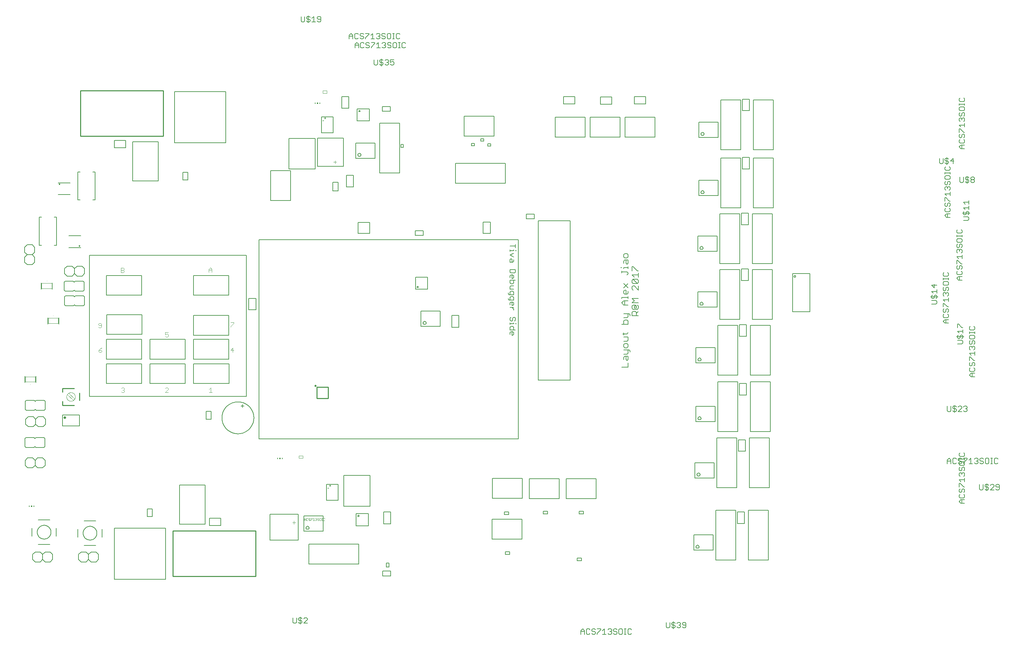
<source format=gto>
G75*
%MOIN*%
%OFA0B0*%
%FSLAX25Y25*%
%IPPOS*%
%LPD*%
%AMOC8*
5,1,8,0,0,1.08239X$1,22.5*
%
%ADD10C,0.00500*%
%ADD11C,0.00600*%
%ADD12C,0.00400*%
%ADD13C,0.00100*%
%ADD14C,0.00200*%
%ADD15C,0.01000*%
%ADD16C,0.00256*%
%ADD17R,0.00591X0.01181*%
%ADD18R,0.01181X0.01181*%
%ADD19C,0.00800*%
%ADD20C,0.00039*%
%ADD21C,0.00295*%
%ADD22C,0.01575*%
%ADD23C,0.02559*%
D10*
X0283591Y0083993D02*
X0283591Y0135174D01*
X0334772Y0135174D01*
X0334772Y0083993D01*
X0283591Y0083993D01*
X0348886Y0139288D02*
X0348886Y0178658D01*
X0374477Y0178658D01*
X0374477Y0139288D01*
X0348886Y0139288D01*
X0378973Y0137934D02*
X0378973Y0145217D01*
X0390390Y0145217D01*
X0390390Y0137934D01*
X0378973Y0137934D01*
X0321642Y0146737D02*
X0316721Y0146737D01*
X0316721Y0154611D01*
X0321642Y0154611D01*
X0321642Y0146737D01*
X0439508Y0149166D02*
X0439508Y0123182D01*
X0467855Y0123182D01*
X0467855Y0149166D01*
X0439508Y0149166D01*
X0473536Y0147351D02*
X0473536Y0131997D01*
X0492827Y0131997D01*
X0492827Y0147351D01*
X0473536Y0147351D01*
X0475739Y0135540D02*
X0475741Y0135618D01*
X0475747Y0135695D01*
X0475757Y0135773D01*
X0475770Y0135849D01*
X0475788Y0135925D01*
X0475809Y0136000D01*
X0475835Y0136074D01*
X0475864Y0136146D01*
X0475896Y0136217D01*
X0475932Y0136286D01*
X0475972Y0136353D01*
X0476014Y0136418D01*
X0476061Y0136481D01*
X0476110Y0136541D01*
X0476162Y0136599D01*
X0476217Y0136654D01*
X0476275Y0136706D01*
X0476335Y0136755D01*
X0476398Y0136802D01*
X0476463Y0136844D01*
X0476530Y0136884D01*
X0476599Y0136920D01*
X0476670Y0136952D01*
X0476742Y0136981D01*
X0476816Y0137007D01*
X0476891Y0137028D01*
X0476967Y0137046D01*
X0477043Y0137059D01*
X0477121Y0137069D01*
X0477198Y0137075D01*
X0477276Y0137077D01*
X0477354Y0137075D01*
X0477431Y0137069D01*
X0477509Y0137059D01*
X0477585Y0137046D01*
X0477661Y0137028D01*
X0477736Y0137007D01*
X0477810Y0136981D01*
X0477882Y0136952D01*
X0477953Y0136920D01*
X0478022Y0136884D01*
X0478089Y0136844D01*
X0478154Y0136802D01*
X0478217Y0136755D01*
X0478277Y0136706D01*
X0478335Y0136654D01*
X0478390Y0136599D01*
X0478442Y0136541D01*
X0478491Y0136481D01*
X0478538Y0136418D01*
X0478580Y0136353D01*
X0478620Y0136286D01*
X0478656Y0136217D01*
X0478688Y0136146D01*
X0478717Y0136074D01*
X0478743Y0136000D01*
X0478764Y0135925D01*
X0478782Y0135849D01*
X0478795Y0135773D01*
X0478805Y0135695D01*
X0478811Y0135618D01*
X0478813Y0135540D01*
X0478811Y0135462D01*
X0478805Y0135385D01*
X0478795Y0135307D01*
X0478782Y0135231D01*
X0478764Y0135155D01*
X0478743Y0135080D01*
X0478717Y0135006D01*
X0478688Y0134934D01*
X0478656Y0134863D01*
X0478620Y0134794D01*
X0478580Y0134727D01*
X0478538Y0134662D01*
X0478491Y0134599D01*
X0478442Y0134539D01*
X0478390Y0134481D01*
X0478335Y0134426D01*
X0478277Y0134374D01*
X0478217Y0134325D01*
X0478154Y0134278D01*
X0478089Y0134236D01*
X0478022Y0134196D01*
X0477953Y0134160D01*
X0477882Y0134128D01*
X0477810Y0134099D01*
X0477736Y0134073D01*
X0477661Y0134052D01*
X0477585Y0134034D01*
X0477509Y0134021D01*
X0477431Y0134011D01*
X0477354Y0134005D01*
X0477276Y0134003D01*
X0477198Y0134005D01*
X0477121Y0134011D01*
X0477043Y0134021D01*
X0476967Y0134034D01*
X0476891Y0134052D01*
X0476816Y0134073D01*
X0476742Y0134099D01*
X0476670Y0134128D01*
X0476599Y0134160D01*
X0476530Y0134196D01*
X0476463Y0134236D01*
X0476398Y0134278D01*
X0476335Y0134325D01*
X0476275Y0134374D01*
X0476217Y0134426D01*
X0476162Y0134481D01*
X0476110Y0134539D01*
X0476061Y0134599D01*
X0476014Y0134662D01*
X0475972Y0134727D01*
X0475932Y0134794D01*
X0475896Y0134863D01*
X0475864Y0134934D01*
X0475835Y0135006D01*
X0475809Y0135080D01*
X0475788Y0135155D01*
X0475770Y0135231D01*
X0475757Y0135307D01*
X0475747Y0135385D01*
X0475741Y0135462D01*
X0475739Y0135540D01*
X0478575Y0119217D02*
X0478575Y0099217D01*
X0528575Y0099217D01*
X0528575Y0119217D01*
X0478575Y0119217D01*
X0526079Y0137572D02*
X0526079Y0149776D01*
X0538284Y0149776D01*
X0538284Y0137572D01*
X0526079Y0137572D01*
X0527703Y0147513D02*
X0527705Y0147563D01*
X0527711Y0147613D01*
X0527721Y0147662D01*
X0527734Y0147711D01*
X0527752Y0147758D01*
X0527773Y0147804D01*
X0527797Y0147847D01*
X0527825Y0147889D01*
X0527856Y0147929D01*
X0527890Y0147966D01*
X0527927Y0148000D01*
X0527967Y0148031D01*
X0528009Y0148059D01*
X0528052Y0148083D01*
X0528098Y0148104D01*
X0528145Y0148122D01*
X0528194Y0148135D01*
X0528243Y0148145D01*
X0528293Y0148151D01*
X0528343Y0148153D01*
X0528393Y0148151D01*
X0528443Y0148145D01*
X0528492Y0148135D01*
X0528541Y0148122D01*
X0528588Y0148104D01*
X0528634Y0148083D01*
X0528677Y0148059D01*
X0528719Y0148031D01*
X0528759Y0148000D01*
X0528796Y0147966D01*
X0528830Y0147929D01*
X0528861Y0147889D01*
X0528889Y0147847D01*
X0528913Y0147804D01*
X0528934Y0147758D01*
X0528952Y0147711D01*
X0528965Y0147662D01*
X0528975Y0147613D01*
X0528981Y0147563D01*
X0528983Y0147513D01*
X0528981Y0147463D01*
X0528975Y0147413D01*
X0528965Y0147364D01*
X0528952Y0147315D01*
X0528934Y0147268D01*
X0528913Y0147222D01*
X0528889Y0147179D01*
X0528861Y0147137D01*
X0528830Y0147097D01*
X0528796Y0147060D01*
X0528759Y0147026D01*
X0528719Y0146995D01*
X0528677Y0146967D01*
X0528634Y0146943D01*
X0528588Y0146922D01*
X0528541Y0146904D01*
X0528492Y0146891D01*
X0528443Y0146881D01*
X0528393Y0146875D01*
X0528343Y0146873D01*
X0528293Y0146875D01*
X0528243Y0146881D01*
X0528194Y0146891D01*
X0528145Y0146904D01*
X0528098Y0146922D01*
X0528052Y0146943D01*
X0528009Y0146967D01*
X0527967Y0146995D01*
X0527927Y0147026D01*
X0527890Y0147060D01*
X0527856Y0147097D01*
X0527825Y0147137D01*
X0527797Y0147179D01*
X0527773Y0147222D01*
X0527752Y0147268D01*
X0527734Y0147315D01*
X0527721Y0147364D01*
X0527711Y0147413D01*
X0527705Y0147463D01*
X0527703Y0147513D01*
X0539871Y0157320D02*
X0513493Y0157320D01*
X0513493Y0188028D01*
X0539871Y0188028D01*
X0539871Y0157320D01*
X0553627Y0151461D02*
X0560516Y0151461D01*
X0560516Y0139650D01*
X0553627Y0139650D01*
X0553627Y0151461D01*
X0508087Y0163300D02*
X0508087Y0179048D01*
X0496276Y0179048D01*
X0496276Y0163300D01*
X0508087Y0163300D01*
X0556242Y0100269D02*
X0558896Y0100269D01*
X0558896Y0096041D01*
X0556242Y0096041D01*
X0556242Y0100269D01*
X0552745Y0092135D02*
X0552745Y0087213D01*
X0560619Y0087213D01*
X0560619Y0092135D01*
X0552745Y0092135D01*
X0477114Y0044232D02*
X0476212Y0045134D01*
X0474409Y0045134D01*
X0473507Y0044232D01*
X0471676Y0044232D02*
X0470774Y0045134D01*
X0468971Y0045134D01*
X0468069Y0044232D01*
X0468069Y0043331D01*
X0468971Y0042429D01*
X0470774Y0042429D01*
X0471676Y0041527D01*
X0471676Y0040626D01*
X0470774Y0039724D01*
X0468971Y0039724D01*
X0468069Y0040626D01*
X0466238Y0040626D02*
X0466238Y0045134D01*
X0462632Y0045134D02*
X0462632Y0040626D01*
X0463533Y0039724D01*
X0465337Y0039724D01*
X0466238Y0040626D01*
X0469873Y0038822D02*
X0469873Y0046036D01*
X0473507Y0039724D02*
X0477114Y0043331D01*
X0477114Y0044232D01*
X0477114Y0039724D02*
X0473507Y0039724D01*
X0662182Y0124174D02*
X0662182Y0144174D01*
X0692182Y0144174D01*
X0692182Y0124174D01*
X0662182Y0124174D01*
X0675567Y0111501D02*
X0675567Y0108847D01*
X0679796Y0108847D01*
X0679796Y0111501D01*
X0675567Y0111501D01*
X0674567Y0148847D02*
X0674567Y0151501D01*
X0678796Y0151501D01*
X0678796Y0148847D01*
X0674567Y0148847D01*
X0662682Y0165174D02*
X0662682Y0185174D01*
X0692682Y0185174D01*
X0692682Y0165174D01*
X0662682Y0165174D01*
X0699682Y0164674D02*
X0699682Y0184674D01*
X0729682Y0184674D01*
X0729682Y0164674D01*
X0699682Y0164674D01*
X0713567Y0152001D02*
X0713567Y0149347D01*
X0717796Y0149347D01*
X0717796Y0152001D01*
X0713567Y0152001D01*
X0736682Y0164674D02*
X0736682Y0184674D01*
X0766682Y0184674D01*
X0766682Y0164674D01*
X0736682Y0164674D01*
X0749567Y0152001D02*
X0749567Y0149347D01*
X0753796Y0149347D01*
X0753796Y0152001D01*
X0749567Y0152001D01*
X0747567Y0105001D02*
X0747567Y0102347D01*
X0751796Y0102347D01*
X0751796Y0105001D01*
X0747567Y0105001D01*
X0844073Y0041436D02*
X0844073Y0034222D01*
X0844974Y0035124D02*
X0845876Y0036026D01*
X0845876Y0036927D01*
X0844974Y0037829D01*
X0843171Y0037829D01*
X0842269Y0038731D01*
X0842269Y0039632D01*
X0843171Y0040534D01*
X0844974Y0040534D01*
X0845876Y0039632D01*
X0847707Y0039632D02*
X0848609Y0040534D01*
X0850412Y0040534D01*
X0851314Y0039632D01*
X0851314Y0038731D01*
X0850412Y0037829D01*
X0851314Y0036927D01*
X0851314Y0036026D01*
X0850412Y0035124D01*
X0848609Y0035124D01*
X0847707Y0036026D01*
X0849510Y0037829D02*
X0850412Y0037829D01*
X0853145Y0038731D02*
X0854046Y0037829D01*
X0856752Y0037829D01*
X0856752Y0036026D02*
X0856752Y0039632D01*
X0855850Y0040534D01*
X0854046Y0040534D01*
X0853145Y0039632D01*
X0853145Y0038731D01*
X0853145Y0036026D02*
X0854046Y0035124D01*
X0855850Y0035124D01*
X0856752Y0036026D01*
X0844974Y0035124D02*
X0843171Y0035124D01*
X0842269Y0036026D01*
X0840438Y0036026D02*
X0840438Y0040534D01*
X0836832Y0040534D02*
X0836832Y0036026D01*
X0837733Y0035124D01*
X0839537Y0035124D01*
X0840438Y0036026D01*
X0802065Y0033132D02*
X0801164Y0034034D01*
X0799360Y0034034D01*
X0798458Y0033132D01*
X0798458Y0029526D01*
X0799360Y0028624D01*
X0801164Y0028624D01*
X0802065Y0029526D01*
X0796637Y0028624D02*
X0794833Y0028624D01*
X0795735Y0028624D02*
X0795735Y0034034D01*
X0794833Y0034034D02*
X0796637Y0034034D01*
X0793002Y0033132D02*
X0792101Y0034034D01*
X0790297Y0034034D01*
X0789396Y0033132D01*
X0789396Y0029526D01*
X0790297Y0028624D01*
X0792101Y0028624D01*
X0793002Y0029526D01*
X0793002Y0033132D01*
X0787565Y0033132D02*
X0786663Y0034034D01*
X0784860Y0034034D01*
X0783958Y0033132D01*
X0783958Y0032231D01*
X0784860Y0031329D01*
X0786663Y0031329D01*
X0787565Y0030427D01*
X0787565Y0029526D01*
X0786663Y0028624D01*
X0784860Y0028624D01*
X0783958Y0029526D01*
X0782127Y0029526D02*
X0781225Y0028624D01*
X0779422Y0028624D01*
X0778520Y0029526D01*
X0776689Y0028624D02*
X0773082Y0028624D01*
X0774886Y0028624D02*
X0774886Y0034034D01*
X0773082Y0032231D01*
X0771252Y0033132D02*
X0767645Y0029526D01*
X0767645Y0028624D01*
X0765814Y0029526D02*
X0764912Y0028624D01*
X0763109Y0028624D01*
X0762207Y0029526D01*
X0760376Y0029526D02*
X0759474Y0028624D01*
X0757671Y0028624D01*
X0756769Y0029526D01*
X0756769Y0033132D01*
X0757671Y0034034D01*
X0759474Y0034034D01*
X0760376Y0033132D01*
X0762207Y0033132D02*
X0762207Y0032231D01*
X0763109Y0031329D01*
X0764912Y0031329D01*
X0765814Y0030427D01*
X0765814Y0029526D01*
X0765814Y0033132D02*
X0764912Y0034034D01*
X0763109Y0034034D01*
X0762207Y0033132D01*
X0767645Y0034034D02*
X0771252Y0034034D01*
X0771252Y0033132D01*
X0778520Y0033132D02*
X0779422Y0034034D01*
X0781225Y0034034D01*
X0782127Y0033132D01*
X0782127Y0032231D01*
X0781225Y0031329D01*
X0782127Y0030427D01*
X0782127Y0029526D01*
X0781225Y0031329D02*
X0780324Y0031329D01*
X0754938Y0031329D02*
X0751332Y0031329D01*
X0751332Y0032231D02*
X0753135Y0034034D01*
X0754938Y0032231D01*
X0754938Y0028624D01*
X0751332Y0028624D02*
X0751332Y0032231D01*
X0886682Y0103174D02*
X0906682Y0103174D01*
X0906682Y0153174D01*
X0886682Y0153174D01*
X0886682Y0103174D01*
X0883827Y0112997D02*
X0864536Y0112997D01*
X0864536Y0128351D01*
X0883827Y0128351D01*
X0883827Y0112997D01*
X0866739Y0116540D02*
X0866741Y0116618D01*
X0866747Y0116695D01*
X0866757Y0116773D01*
X0866770Y0116849D01*
X0866788Y0116925D01*
X0866809Y0117000D01*
X0866835Y0117074D01*
X0866864Y0117146D01*
X0866896Y0117217D01*
X0866932Y0117286D01*
X0866972Y0117353D01*
X0867014Y0117418D01*
X0867061Y0117481D01*
X0867110Y0117541D01*
X0867162Y0117599D01*
X0867217Y0117654D01*
X0867275Y0117706D01*
X0867335Y0117755D01*
X0867398Y0117802D01*
X0867463Y0117844D01*
X0867530Y0117884D01*
X0867599Y0117920D01*
X0867670Y0117952D01*
X0867742Y0117981D01*
X0867816Y0118007D01*
X0867891Y0118028D01*
X0867967Y0118046D01*
X0868043Y0118059D01*
X0868121Y0118069D01*
X0868198Y0118075D01*
X0868276Y0118077D01*
X0868354Y0118075D01*
X0868431Y0118069D01*
X0868509Y0118059D01*
X0868585Y0118046D01*
X0868661Y0118028D01*
X0868736Y0118007D01*
X0868810Y0117981D01*
X0868882Y0117952D01*
X0868953Y0117920D01*
X0869022Y0117884D01*
X0869089Y0117844D01*
X0869154Y0117802D01*
X0869217Y0117755D01*
X0869277Y0117706D01*
X0869335Y0117654D01*
X0869390Y0117599D01*
X0869442Y0117541D01*
X0869491Y0117481D01*
X0869538Y0117418D01*
X0869580Y0117353D01*
X0869620Y0117286D01*
X0869656Y0117217D01*
X0869688Y0117146D01*
X0869717Y0117074D01*
X0869743Y0117000D01*
X0869764Y0116925D01*
X0869782Y0116849D01*
X0869795Y0116773D01*
X0869805Y0116695D01*
X0869811Y0116618D01*
X0869813Y0116540D01*
X0869811Y0116462D01*
X0869805Y0116385D01*
X0869795Y0116307D01*
X0869782Y0116231D01*
X0869764Y0116155D01*
X0869743Y0116080D01*
X0869717Y0116006D01*
X0869688Y0115934D01*
X0869656Y0115863D01*
X0869620Y0115794D01*
X0869580Y0115727D01*
X0869538Y0115662D01*
X0869491Y0115599D01*
X0869442Y0115539D01*
X0869390Y0115481D01*
X0869335Y0115426D01*
X0869277Y0115374D01*
X0869217Y0115325D01*
X0869154Y0115278D01*
X0869089Y0115236D01*
X0869022Y0115196D01*
X0868953Y0115160D01*
X0868882Y0115128D01*
X0868810Y0115099D01*
X0868736Y0115073D01*
X0868661Y0115052D01*
X0868585Y0115034D01*
X0868509Y0115021D01*
X0868431Y0115011D01*
X0868354Y0115005D01*
X0868276Y0115003D01*
X0868198Y0115005D01*
X0868121Y0115011D01*
X0868043Y0115021D01*
X0867967Y0115034D01*
X0867891Y0115052D01*
X0867816Y0115073D01*
X0867742Y0115099D01*
X0867670Y0115128D01*
X0867599Y0115160D01*
X0867530Y0115196D01*
X0867463Y0115236D01*
X0867398Y0115278D01*
X0867335Y0115325D01*
X0867275Y0115374D01*
X0867217Y0115426D01*
X0867162Y0115481D01*
X0867110Y0115539D01*
X0867061Y0115599D01*
X0867014Y0115662D01*
X0866972Y0115727D01*
X0866932Y0115794D01*
X0866896Y0115863D01*
X0866864Y0115934D01*
X0866835Y0116006D01*
X0866809Y0116080D01*
X0866788Y0116155D01*
X0866770Y0116231D01*
X0866757Y0116307D01*
X0866747Y0116385D01*
X0866741Y0116462D01*
X0866739Y0116540D01*
X0908138Y0139965D02*
X0908138Y0151383D01*
X0915422Y0151383D01*
X0915422Y0139965D01*
X0908138Y0139965D01*
X0919182Y0153174D02*
X0919182Y0103174D01*
X0939182Y0103174D01*
X0939182Y0153174D01*
X0919182Y0153174D01*
X0920182Y0175674D02*
X0940182Y0175674D01*
X0940182Y0225674D01*
X0920182Y0225674D01*
X0920182Y0175674D01*
X0907682Y0175674D02*
X0887682Y0175674D01*
X0887682Y0225674D01*
X0907682Y0225674D01*
X0907682Y0175674D01*
X0884827Y0185497D02*
X0865536Y0185497D01*
X0865536Y0200851D01*
X0884827Y0200851D01*
X0884827Y0185497D01*
X0867739Y0189040D02*
X0867741Y0189118D01*
X0867747Y0189195D01*
X0867757Y0189273D01*
X0867770Y0189349D01*
X0867788Y0189425D01*
X0867809Y0189500D01*
X0867835Y0189574D01*
X0867864Y0189646D01*
X0867896Y0189717D01*
X0867932Y0189786D01*
X0867972Y0189853D01*
X0868014Y0189918D01*
X0868061Y0189981D01*
X0868110Y0190041D01*
X0868162Y0190099D01*
X0868217Y0190154D01*
X0868275Y0190206D01*
X0868335Y0190255D01*
X0868398Y0190302D01*
X0868463Y0190344D01*
X0868530Y0190384D01*
X0868599Y0190420D01*
X0868670Y0190452D01*
X0868742Y0190481D01*
X0868816Y0190507D01*
X0868891Y0190528D01*
X0868967Y0190546D01*
X0869043Y0190559D01*
X0869121Y0190569D01*
X0869198Y0190575D01*
X0869276Y0190577D01*
X0869354Y0190575D01*
X0869431Y0190569D01*
X0869509Y0190559D01*
X0869585Y0190546D01*
X0869661Y0190528D01*
X0869736Y0190507D01*
X0869810Y0190481D01*
X0869882Y0190452D01*
X0869953Y0190420D01*
X0870022Y0190384D01*
X0870089Y0190344D01*
X0870154Y0190302D01*
X0870217Y0190255D01*
X0870277Y0190206D01*
X0870335Y0190154D01*
X0870390Y0190099D01*
X0870442Y0190041D01*
X0870491Y0189981D01*
X0870538Y0189918D01*
X0870580Y0189853D01*
X0870620Y0189786D01*
X0870656Y0189717D01*
X0870688Y0189646D01*
X0870717Y0189574D01*
X0870743Y0189500D01*
X0870764Y0189425D01*
X0870782Y0189349D01*
X0870795Y0189273D01*
X0870805Y0189195D01*
X0870811Y0189118D01*
X0870813Y0189040D01*
X0870811Y0188962D01*
X0870805Y0188885D01*
X0870795Y0188807D01*
X0870782Y0188731D01*
X0870764Y0188655D01*
X0870743Y0188580D01*
X0870717Y0188506D01*
X0870688Y0188434D01*
X0870656Y0188363D01*
X0870620Y0188294D01*
X0870580Y0188227D01*
X0870538Y0188162D01*
X0870491Y0188099D01*
X0870442Y0188039D01*
X0870390Y0187981D01*
X0870335Y0187926D01*
X0870277Y0187874D01*
X0870217Y0187825D01*
X0870154Y0187778D01*
X0870089Y0187736D01*
X0870022Y0187696D01*
X0869953Y0187660D01*
X0869882Y0187628D01*
X0869810Y0187599D01*
X0869736Y0187573D01*
X0869661Y0187552D01*
X0869585Y0187534D01*
X0869509Y0187521D01*
X0869431Y0187511D01*
X0869354Y0187505D01*
X0869276Y0187503D01*
X0869198Y0187505D01*
X0869121Y0187511D01*
X0869043Y0187521D01*
X0868967Y0187534D01*
X0868891Y0187552D01*
X0868816Y0187573D01*
X0868742Y0187599D01*
X0868670Y0187628D01*
X0868599Y0187660D01*
X0868530Y0187696D01*
X0868463Y0187736D01*
X0868398Y0187778D01*
X0868335Y0187825D01*
X0868275Y0187874D01*
X0868217Y0187926D01*
X0868162Y0187981D01*
X0868110Y0188039D01*
X0868061Y0188099D01*
X0868014Y0188162D01*
X0867972Y0188227D01*
X0867932Y0188294D01*
X0867896Y0188363D01*
X0867864Y0188434D01*
X0867835Y0188506D01*
X0867809Y0188580D01*
X0867788Y0188655D01*
X0867770Y0188731D01*
X0867757Y0188807D01*
X0867747Y0188885D01*
X0867741Y0188962D01*
X0867739Y0189040D01*
X0909138Y0212465D02*
X0909138Y0223883D01*
X0916422Y0223883D01*
X0916422Y0212465D01*
X0909138Y0212465D01*
X0908682Y0232174D02*
X0888682Y0232174D01*
X0888682Y0282174D01*
X0908682Y0282174D01*
X0908682Y0232174D01*
X0921182Y0232174D02*
X0941182Y0232174D01*
X0941182Y0282174D01*
X0921182Y0282174D01*
X0921182Y0232174D01*
X0885827Y0241997D02*
X0885827Y0257351D01*
X0866536Y0257351D01*
X0866536Y0241997D01*
X0885827Y0241997D01*
X0868739Y0245540D02*
X0868741Y0245618D01*
X0868747Y0245695D01*
X0868757Y0245773D01*
X0868770Y0245849D01*
X0868788Y0245925D01*
X0868809Y0246000D01*
X0868835Y0246074D01*
X0868864Y0246146D01*
X0868896Y0246217D01*
X0868932Y0246286D01*
X0868972Y0246353D01*
X0869014Y0246418D01*
X0869061Y0246481D01*
X0869110Y0246541D01*
X0869162Y0246599D01*
X0869217Y0246654D01*
X0869275Y0246706D01*
X0869335Y0246755D01*
X0869398Y0246802D01*
X0869463Y0246844D01*
X0869530Y0246884D01*
X0869599Y0246920D01*
X0869670Y0246952D01*
X0869742Y0246981D01*
X0869816Y0247007D01*
X0869891Y0247028D01*
X0869967Y0247046D01*
X0870043Y0247059D01*
X0870121Y0247069D01*
X0870198Y0247075D01*
X0870276Y0247077D01*
X0870354Y0247075D01*
X0870431Y0247069D01*
X0870509Y0247059D01*
X0870585Y0247046D01*
X0870661Y0247028D01*
X0870736Y0247007D01*
X0870810Y0246981D01*
X0870882Y0246952D01*
X0870953Y0246920D01*
X0871022Y0246884D01*
X0871089Y0246844D01*
X0871154Y0246802D01*
X0871217Y0246755D01*
X0871277Y0246706D01*
X0871335Y0246654D01*
X0871390Y0246599D01*
X0871442Y0246541D01*
X0871491Y0246481D01*
X0871538Y0246418D01*
X0871580Y0246353D01*
X0871620Y0246286D01*
X0871656Y0246217D01*
X0871688Y0246146D01*
X0871717Y0246074D01*
X0871743Y0246000D01*
X0871764Y0245925D01*
X0871782Y0245849D01*
X0871795Y0245773D01*
X0871805Y0245695D01*
X0871811Y0245618D01*
X0871813Y0245540D01*
X0871811Y0245462D01*
X0871805Y0245385D01*
X0871795Y0245307D01*
X0871782Y0245231D01*
X0871764Y0245155D01*
X0871743Y0245080D01*
X0871717Y0245006D01*
X0871688Y0244934D01*
X0871656Y0244863D01*
X0871620Y0244794D01*
X0871580Y0244727D01*
X0871538Y0244662D01*
X0871491Y0244599D01*
X0871442Y0244539D01*
X0871390Y0244481D01*
X0871335Y0244426D01*
X0871277Y0244374D01*
X0871217Y0244325D01*
X0871154Y0244278D01*
X0871089Y0244236D01*
X0871022Y0244196D01*
X0870953Y0244160D01*
X0870882Y0244128D01*
X0870810Y0244099D01*
X0870736Y0244073D01*
X0870661Y0244052D01*
X0870585Y0244034D01*
X0870509Y0244021D01*
X0870431Y0244011D01*
X0870354Y0244005D01*
X0870276Y0244003D01*
X0870198Y0244005D01*
X0870121Y0244011D01*
X0870043Y0244021D01*
X0869967Y0244034D01*
X0869891Y0244052D01*
X0869816Y0244073D01*
X0869742Y0244099D01*
X0869670Y0244128D01*
X0869599Y0244160D01*
X0869530Y0244196D01*
X0869463Y0244236D01*
X0869398Y0244278D01*
X0869335Y0244325D01*
X0869275Y0244374D01*
X0869217Y0244426D01*
X0869162Y0244481D01*
X0869110Y0244539D01*
X0869061Y0244599D01*
X0869014Y0244662D01*
X0868972Y0244727D01*
X0868932Y0244794D01*
X0868896Y0244863D01*
X0868864Y0244934D01*
X0868835Y0245006D01*
X0868809Y0245080D01*
X0868788Y0245155D01*
X0868770Y0245231D01*
X0868757Y0245307D01*
X0868747Y0245385D01*
X0868741Y0245462D01*
X0868739Y0245540D01*
X0910138Y0268965D02*
X0910138Y0280383D01*
X0917422Y0280383D01*
X0917422Y0268965D01*
X0910138Y0268965D01*
X0908682Y0288674D02*
X0888682Y0288674D01*
X0888682Y0338674D01*
X0908682Y0338674D01*
X0908682Y0288674D01*
X0921182Y0288674D02*
X0941182Y0288674D01*
X0941182Y0338674D01*
X0921182Y0338674D01*
X0921182Y0288674D01*
X0885827Y0300997D02*
X0866536Y0300997D01*
X0866536Y0316351D01*
X0885827Y0316351D01*
X0885827Y0300997D01*
X0868739Y0304540D02*
X0868741Y0304618D01*
X0868747Y0304695D01*
X0868757Y0304773D01*
X0868770Y0304849D01*
X0868788Y0304925D01*
X0868809Y0305000D01*
X0868835Y0305074D01*
X0868864Y0305146D01*
X0868896Y0305217D01*
X0868932Y0305286D01*
X0868972Y0305353D01*
X0869014Y0305418D01*
X0869061Y0305481D01*
X0869110Y0305541D01*
X0869162Y0305599D01*
X0869217Y0305654D01*
X0869275Y0305706D01*
X0869335Y0305755D01*
X0869398Y0305802D01*
X0869463Y0305844D01*
X0869530Y0305884D01*
X0869599Y0305920D01*
X0869670Y0305952D01*
X0869742Y0305981D01*
X0869816Y0306007D01*
X0869891Y0306028D01*
X0869967Y0306046D01*
X0870043Y0306059D01*
X0870121Y0306069D01*
X0870198Y0306075D01*
X0870276Y0306077D01*
X0870354Y0306075D01*
X0870431Y0306069D01*
X0870509Y0306059D01*
X0870585Y0306046D01*
X0870661Y0306028D01*
X0870736Y0306007D01*
X0870810Y0305981D01*
X0870882Y0305952D01*
X0870953Y0305920D01*
X0871022Y0305884D01*
X0871089Y0305844D01*
X0871154Y0305802D01*
X0871217Y0305755D01*
X0871277Y0305706D01*
X0871335Y0305654D01*
X0871390Y0305599D01*
X0871442Y0305541D01*
X0871491Y0305481D01*
X0871538Y0305418D01*
X0871580Y0305353D01*
X0871620Y0305286D01*
X0871656Y0305217D01*
X0871688Y0305146D01*
X0871717Y0305074D01*
X0871743Y0305000D01*
X0871764Y0304925D01*
X0871782Y0304849D01*
X0871795Y0304773D01*
X0871805Y0304695D01*
X0871811Y0304618D01*
X0871813Y0304540D01*
X0871811Y0304462D01*
X0871805Y0304385D01*
X0871795Y0304307D01*
X0871782Y0304231D01*
X0871764Y0304155D01*
X0871743Y0304080D01*
X0871717Y0304006D01*
X0871688Y0303934D01*
X0871656Y0303863D01*
X0871620Y0303794D01*
X0871580Y0303727D01*
X0871538Y0303662D01*
X0871491Y0303599D01*
X0871442Y0303539D01*
X0871390Y0303481D01*
X0871335Y0303426D01*
X0871277Y0303374D01*
X0871217Y0303325D01*
X0871154Y0303278D01*
X0871089Y0303236D01*
X0871022Y0303196D01*
X0870953Y0303160D01*
X0870882Y0303128D01*
X0870810Y0303099D01*
X0870736Y0303073D01*
X0870661Y0303052D01*
X0870585Y0303034D01*
X0870509Y0303021D01*
X0870431Y0303011D01*
X0870354Y0303005D01*
X0870276Y0303003D01*
X0870198Y0303005D01*
X0870121Y0303011D01*
X0870043Y0303021D01*
X0869967Y0303034D01*
X0869891Y0303052D01*
X0869816Y0303073D01*
X0869742Y0303099D01*
X0869670Y0303128D01*
X0869599Y0303160D01*
X0869530Y0303196D01*
X0869463Y0303236D01*
X0869398Y0303278D01*
X0869335Y0303325D01*
X0869275Y0303374D01*
X0869217Y0303426D01*
X0869162Y0303481D01*
X0869110Y0303539D01*
X0869061Y0303599D01*
X0869014Y0303662D01*
X0868972Y0303727D01*
X0868932Y0303794D01*
X0868896Y0303863D01*
X0868864Y0303934D01*
X0868835Y0304006D01*
X0868809Y0304080D01*
X0868788Y0304155D01*
X0868770Y0304231D01*
X0868757Y0304307D01*
X0868747Y0304385D01*
X0868741Y0304462D01*
X0868739Y0304540D01*
X0910138Y0327965D02*
X0910138Y0339383D01*
X0917422Y0339383D01*
X0917422Y0327965D01*
X0910138Y0327965D01*
X0910682Y0344674D02*
X0890682Y0344674D01*
X0890682Y0394674D01*
X0910682Y0394674D01*
X0910682Y0344674D01*
X0923182Y0344674D02*
X0943182Y0344674D01*
X0943182Y0394674D01*
X0923182Y0394674D01*
X0923182Y0344674D01*
X0887827Y0356997D02*
X0868536Y0356997D01*
X0868536Y0372351D01*
X0887827Y0372351D01*
X0887827Y0356997D01*
X0870739Y0360540D02*
X0870741Y0360618D01*
X0870747Y0360695D01*
X0870757Y0360773D01*
X0870770Y0360849D01*
X0870788Y0360925D01*
X0870809Y0361000D01*
X0870835Y0361074D01*
X0870864Y0361146D01*
X0870896Y0361217D01*
X0870932Y0361286D01*
X0870972Y0361353D01*
X0871014Y0361418D01*
X0871061Y0361481D01*
X0871110Y0361541D01*
X0871162Y0361599D01*
X0871217Y0361654D01*
X0871275Y0361706D01*
X0871335Y0361755D01*
X0871398Y0361802D01*
X0871463Y0361844D01*
X0871530Y0361884D01*
X0871599Y0361920D01*
X0871670Y0361952D01*
X0871742Y0361981D01*
X0871816Y0362007D01*
X0871891Y0362028D01*
X0871967Y0362046D01*
X0872043Y0362059D01*
X0872121Y0362069D01*
X0872198Y0362075D01*
X0872276Y0362077D01*
X0872354Y0362075D01*
X0872431Y0362069D01*
X0872509Y0362059D01*
X0872585Y0362046D01*
X0872661Y0362028D01*
X0872736Y0362007D01*
X0872810Y0361981D01*
X0872882Y0361952D01*
X0872953Y0361920D01*
X0873022Y0361884D01*
X0873089Y0361844D01*
X0873154Y0361802D01*
X0873217Y0361755D01*
X0873277Y0361706D01*
X0873335Y0361654D01*
X0873390Y0361599D01*
X0873442Y0361541D01*
X0873491Y0361481D01*
X0873538Y0361418D01*
X0873580Y0361353D01*
X0873620Y0361286D01*
X0873656Y0361217D01*
X0873688Y0361146D01*
X0873717Y0361074D01*
X0873743Y0361000D01*
X0873764Y0360925D01*
X0873782Y0360849D01*
X0873795Y0360773D01*
X0873805Y0360695D01*
X0873811Y0360618D01*
X0873813Y0360540D01*
X0873811Y0360462D01*
X0873805Y0360385D01*
X0873795Y0360307D01*
X0873782Y0360231D01*
X0873764Y0360155D01*
X0873743Y0360080D01*
X0873717Y0360006D01*
X0873688Y0359934D01*
X0873656Y0359863D01*
X0873620Y0359794D01*
X0873580Y0359727D01*
X0873538Y0359662D01*
X0873491Y0359599D01*
X0873442Y0359539D01*
X0873390Y0359481D01*
X0873335Y0359426D01*
X0873277Y0359374D01*
X0873217Y0359325D01*
X0873154Y0359278D01*
X0873089Y0359236D01*
X0873022Y0359196D01*
X0872953Y0359160D01*
X0872882Y0359128D01*
X0872810Y0359099D01*
X0872736Y0359073D01*
X0872661Y0359052D01*
X0872585Y0359034D01*
X0872509Y0359021D01*
X0872431Y0359011D01*
X0872354Y0359005D01*
X0872276Y0359003D01*
X0872198Y0359005D01*
X0872121Y0359011D01*
X0872043Y0359021D01*
X0871967Y0359034D01*
X0871891Y0359052D01*
X0871816Y0359073D01*
X0871742Y0359099D01*
X0871670Y0359128D01*
X0871599Y0359160D01*
X0871530Y0359196D01*
X0871463Y0359236D01*
X0871398Y0359278D01*
X0871335Y0359325D01*
X0871275Y0359374D01*
X0871217Y0359426D01*
X0871162Y0359481D01*
X0871110Y0359539D01*
X0871061Y0359599D01*
X0871014Y0359662D01*
X0870972Y0359727D01*
X0870932Y0359794D01*
X0870896Y0359863D01*
X0870864Y0359934D01*
X0870835Y0360006D01*
X0870809Y0360080D01*
X0870788Y0360155D01*
X0870770Y0360231D01*
X0870757Y0360307D01*
X0870747Y0360385D01*
X0870741Y0360462D01*
X0870739Y0360540D01*
X0912138Y0383965D02*
X0912138Y0395383D01*
X0919422Y0395383D01*
X0919422Y0383965D01*
X0912138Y0383965D01*
X0910682Y0400674D02*
X0890682Y0400674D01*
X0890682Y0450674D01*
X0910682Y0450674D01*
X0910682Y0400674D01*
X0923182Y0400674D02*
X0943182Y0400674D01*
X0943182Y0450674D01*
X0923182Y0450674D01*
X0923182Y0400674D01*
X0887827Y0412997D02*
X0868536Y0412997D01*
X0868536Y0428351D01*
X0887827Y0428351D01*
X0887827Y0412997D01*
X0870739Y0416540D02*
X0870741Y0416618D01*
X0870747Y0416695D01*
X0870757Y0416773D01*
X0870770Y0416849D01*
X0870788Y0416925D01*
X0870809Y0417000D01*
X0870835Y0417074D01*
X0870864Y0417146D01*
X0870896Y0417217D01*
X0870932Y0417286D01*
X0870972Y0417353D01*
X0871014Y0417418D01*
X0871061Y0417481D01*
X0871110Y0417541D01*
X0871162Y0417599D01*
X0871217Y0417654D01*
X0871275Y0417706D01*
X0871335Y0417755D01*
X0871398Y0417802D01*
X0871463Y0417844D01*
X0871530Y0417884D01*
X0871599Y0417920D01*
X0871670Y0417952D01*
X0871742Y0417981D01*
X0871816Y0418007D01*
X0871891Y0418028D01*
X0871967Y0418046D01*
X0872043Y0418059D01*
X0872121Y0418069D01*
X0872198Y0418075D01*
X0872276Y0418077D01*
X0872354Y0418075D01*
X0872431Y0418069D01*
X0872509Y0418059D01*
X0872585Y0418046D01*
X0872661Y0418028D01*
X0872736Y0418007D01*
X0872810Y0417981D01*
X0872882Y0417952D01*
X0872953Y0417920D01*
X0873022Y0417884D01*
X0873089Y0417844D01*
X0873154Y0417802D01*
X0873217Y0417755D01*
X0873277Y0417706D01*
X0873335Y0417654D01*
X0873390Y0417599D01*
X0873442Y0417541D01*
X0873491Y0417481D01*
X0873538Y0417418D01*
X0873580Y0417353D01*
X0873620Y0417286D01*
X0873656Y0417217D01*
X0873688Y0417146D01*
X0873717Y0417074D01*
X0873743Y0417000D01*
X0873764Y0416925D01*
X0873782Y0416849D01*
X0873795Y0416773D01*
X0873805Y0416695D01*
X0873811Y0416618D01*
X0873813Y0416540D01*
X0873811Y0416462D01*
X0873805Y0416385D01*
X0873795Y0416307D01*
X0873782Y0416231D01*
X0873764Y0416155D01*
X0873743Y0416080D01*
X0873717Y0416006D01*
X0873688Y0415934D01*
X0873656Y0415863D01*
X0873620Y0415794D01*
X0873580Y0415727D01*
X0873538Y0415662D01*
X0873491Y0415599D01*
X0873442Y0415539D01*
X0873390Y0415481D01*
X0873335Y0415426D01*
X0873277Y0415374D01*
X0873217Y0415325D01*
X0873154Y0415278D01*
X0873089Y0415236D01*
X0873022Y0415196D01*
X0872953Y0415160D01*
X0872882Y0415128D01*
X0872810Y0415099D01*
X0872736Y0415073D01*
X0872661Y0415052D01*
X0872585Y0415034D01*
X0872509Y0415021D01*
X0872431Y0415011D01*
X0872354Y0415005D01*
X0872276Y0415003D01*
X0872198Y0415005D01*
X0872121Y0415011D01*
X0872043Y0415021D01*
X0871967Y0415034D01*
X0871891Y0415052D01*
X0871816Y0415073D01*
X0871742Y0415099D01*
X0871670Y0415128D01*
X0871599Y0415160D01*
X0871530Y0415196D01*
X0871463Y0415236D01*
X0871398Y0415278D01*
X0871335Y0415325D01*
X0871275Y0415374D01*
X0871217Y0415426D01*
X0871162Y0415481D01*
X0871110Y0415539D01*
X0871061Y0415599D01*
X0871014Y0415662D01*
X0870972Y0415727D01*
X0870932Y0415794D01*
X0870896Y0415863D01*
X0870864Y0415934D01*
X0870835Y0416006D01*
X0870809Y0416080D01*
X0870788Y0416155D01*
X0870770Y0416231D01*
X0870757Y0416307D01*
X0870747Y0416385D01*
X0870741Y0416462D01*
X0870739Y0416540D01*
X0912138Y0439965D02*
X0912138Y0451383D01*
X0919422Y0451383D01*
X0919422Y0439965D01*
X0912138Y0439965D01*
X0911682Y0456674D02*
X0891682Y0456674D01*
X0891682Y0506674D01*
X0911682Y0506674D01*
X0911682Y0456674D01*
X0924182Y0456674D02*
X0944182Y0456674D01*
X0944182Y0506674D01*
X0924182Y0506674D01*
X0924182Y0456674D01*
X0888827Y0468997D02*
X0869536Y0468997D01*
X0869536Y0484351D01*
X0888827Y0484351D01*
X0888827Y0468997D01*
X0871739Y0472540D02*
X0871741Y0472618D01*
X0871747Y0472695D01*
X0871757Y0472773D01*
X0871770Y0472849D01*
X0871788Y0472925D01*
X0871809Y0473000D01*
X0871835Y0473074D01*
X0871864Y0473146D01*
X0871896Y0473217D01*
X0871932Y0473286D01*
X0871972Y0473353D01*
X0872014Y0473418D01*
X0872061Y0473481D01*
X0872110Y0473541D01*
X0872162Y0473599D01*
X0872217Y0473654D01*
X0872275Y0473706D01*
X0872335Y0473755D01*
X0872398Y0473802D01*
X0872463Y0473844D01*
X0872530Y0473884D01*
X0872599Y0473920D01*
X0872670Y0473952D01*
X0872742Y0473981D01*
X0872816Y0474007D01*
X0872891Y0474028D01*
X0872967Y0474046D01*
X0873043Y0474059D01*
X0873121Y0474069D01*
X0873198Y0474075D01*
X0873276Y0474077D01*
X0873354Y0474075D01*
X0873431Y0474069D01*
X0873509Y0474059D01*
X0873585Y0474046D01*
X0873661Y0474028D01*
X0873736Y0474007D01*
X0873810Y0473981D01*
X0873882Y0473952D01*
X0873953Y0473920D01*
X0874022Y0473884D01*
X0874089Y0473844D01*
X0874154Y0473802D01*
X0874217Y0473755D01*
X0874277Y0473706D01*
X0874335Y0473654D01*
X0874390Y0473599D01*
X0874442Y0473541D01*
X0874491Y0473481D01*
X0874538Y0473418D01*
X0874580Y0473353D01*
X0874620Y0473286D01*
X0874656Y0473217D01*
X0874688Y0473146D01*
X0874717Y0473074D01*
X0874743Y0473000D01*
X0874764Y0472925D01*
X0874782Y0472849D01*
X0874795Y0472773D01*
X0874805Y0472695D01*
X0874811Y0472618D01*
X0874813Y0472540D01*
X0874811Y0472462D01*
X0874805Y0472385D01*
X0874795Y0472307D01*
X0874782Y0472231D01*
X0874764Y0472155D01*
X0874743Y0472080D01*
X0874717Y0472006D01*
X0874688Y0471934D01*
X0874656Y0471863D01*
X0874620Y0471794D01*
X0874580Y0471727D01*
X0874538Y0471662D01*
X0874491Y0471599D01*
X0874442Y0471539D01*
X0874390Y0471481D01*
X0874335Y0471426D01*
X0874277Y0471374D01*
X0874217Y0471325D01*
X0874154Y0471278D01*
X0874089Y0471236D01*
X0874022Y0471196D01*
X0873953Y0471160D01*
X0873882Y0471128D01*
X0873810Y0471099D01*
X0873736Y0471073D01*
X0873661Y0471052D01*
X0873585Y0471034D01*
X0873509Y0471021D01*
X0873431Y0471011D01*
X0873354Y0471005D01*
X0873276Y0471003D01*
X0873198Y0471005D01*
X0873121Y0471011D01*
X0873043Y0471021D01*
X0872967Y0471034D01*
X0872891Y0471052D01*
X0872816Y0471073D01*
X0872742Y0471099D01*
X0872670Y0471128D01*
X0872599Y0471160D01*
X0872530Y0471196D01*
X0872463Y0471236D01*
X0872398Y0471278D01*
X0872335Y0471325D01*
X0872275Y0471374D01*
X0872217Y0471426D01*
X0872162Y0471481D01*
X0872110Y0471539D01*
X0872061Y0471599D01*
X0872014Y0471662D01*
X0871972Y0471727D01*
X0871932Y0471794D01*
X0871896Y0471863D01*
X0871864Y0471934D01*
X0871835Y0472006D01*
X0871809Y0472080D01*
X0871788Y0472155D01*
X0871770Y0472231D01*
X0871757Y0472307D01*
X0871747Y0472385D01*
X0871741Y0472462D01*
X0871739Y0472540D01*
X0913138Y0495965D02*
X0913138Y0507383D01*
X0920422Y0507383D01*
X0920422Y0495965D01*
X0913138Y0495965D01*
X0911682Y0515174D02*
X0891682Y0515174D01*
X0891682Y0565174D01*
X0911682Y0565174D01*
X0911682Y0515174D01*
X0924182Y0515174D02*
X0944182Y0515174D01*
X0944182Y0565174D01*
X0924182Y0565174D01*
X0924182Y0515174D01*
X0888827Y0527497D02*
X0869536Y0527497D01*
X0869536Y0542851D01*
X0888827Y0542851D01*
X0888827Y0527497D01*
X0871739Y0531040D02*
X0871741Y0531118D01*
X0871747Y0531195D01*
X0871757Y0531273D01*
X0871770Y0531349D01*
X0871788Y0531425D01*
X0871809Y0531500D01*
X0871835Y0531574D01*
X0871864Y0531646D01*
X0871896Y0531717D01*
X0871932Y0531786D01*
X0871972Y0531853D01*
X0872014Y0531918D01*
X0872061Y0531981D01*
X0872110Y0532041D01*
X0872162Y0532099D01*
X0872217Y0532154D01*
X0872275Y0532206D01*
X0872335Y0532255D01*
X0872398Y0532302D01*
X0872463Y0532344D01*
X0872530Y0532384D01*
X0872599Y0532420D01*
X0872670Y0532452D01*
X0872742Y0532481D01*
X0872816Y0532507D01*
X0872891Y0532528D01*
X0872967Y0532546D01*
X0873043Y0532559D01*
X0873121Y0532569D01*
X0873198Y0532575D01*
X0873276Y0532577D01*
X0873354Y0532575D01*
X0873431Y0532569D01*
X0873509Y0532559D01*
X0873585Y0532546D01*
X0873661Y0532528D01*
X0873736Y0532507D01*
X0873810Y0532481D01*
X0873882Y0532452D01*
X0873953Y0532420D01*
X0874022Y0532384D01*
X0874089Y0532344D01*
X0874154Y0532302D01*
X0874217Y0532255D01*
X0874277Y0532206D01*
X0874335Y0532154D01*
X0874390Y0532099D01*
X0874442Y0532041D01*
X0874491Y0531981D01*
X0874538Y0531918D01*
X0874580Y0531853D01*
X0874620Y0531786D01*
X0874656Y0531717D01*
X0874688Y0531646D01*
X0874717Y0531574D01*
X0874743Y0531500D01*
X0874764Y0531425D01*
X0874782Y0531349D01*
X0874795Y0531273D01*
X0874805Y0531195D01*
X0874811Y0531118D01*
X0874813Y0531040D01*
X0874811Y0530962D01*
X0874805Y0530885D01*
X0874795Y0530807D01*
X0874782Y0530731D01*
X0874764Y0530655D01*
X0874743Y0530580D01*
X0874717Y0530506D01*
X0874688Y0530434D01*
X0874656Y0530363D01*
X0874620Y0530294D01*
X0874580Y0530227D01*
X0874538Y0530162D01*
X0874491Y0530099D01*
X0874442Y0530039D01*
X0874390Y0529981D01*
X0874335Y0529926D01*
X0874277Y0529874D01*
X0874217Y0529825D01*
X0874154Y0529778D01*
X0874089Y0529736D01*
X0874022Y0529696D01*
X0873953Y0529660D01*
X0873882Y0529628D01*
X0873810Y0529599D01*
X0873736Y0529573D01*
X0873661Y0529552D01*
X0873585Y0529534D01*
X0873509Y0529521D01*
X0873431Y0529511D01*
X0873354Y0529505D01*
X0873276Y0529503D01*
X0873198Y0529505D01*
X0873121Y0529511D01*
X0873043Y0529521D01*
X0872967Y0529534D01*
X0872891Y0529552D01*
X0872816Y0529573D01*
X0872742Y0529599D01*
X0872670Y0529628D01*
X0872599Y0529660D01*
X0872530Y0529696D01*
X0872463Y0529736D01*
X0872398Y0529778D01*
X0872335Y0529825D01*
X0872275Y0529874D01*
X0872217Y0529926D01*
X0872162Y0529981D01*
X0872110Y0530039D01*
X0872061Y0530099D01*
X0872014Y0530162D01*
X0871972Y0530227D01*
X0871932Y0530294D01*
X0871896Y0530363D01*
X0871864Y0530434D01*
X0871835Y0530506D01*
X0871809Y0530580D01*
X0871788Y0530655D01*
X0871770Y0530731D01*
X0871757Y0530807D01*
X0871747Y0530885D01*
X0871741Y0530962D01*
X0871739Y0531040D01*
X0825682Y0527674D02*
X0795682Y0527674D01*
X0795682Y0547674D01*
X0825682Y0547674D01*
X0825682Y0527674D01*
X0790682Y0527674D02*
X0790682Y0547674D01*
X0760682Y0547674D01*
X0760682Y0527674D01*
X0790682Y0527674D01*
X0755682Y0527674D02*
X0755682Y0547674D01*
X0725682Y0547674D01*
X0725682Y0527674D01*
X0755682Y0527674D01*
X0745390Y0561131D02*
X0733973Y0561131D01*
X0733973Y0568414D01*
X0745390Y0568414D01*
X0745390Y0561131D01*
X0770973Y0560831D02*
X0770973Y0568114D01*
X0782390Y0568114D01*
X0782390Y0560831D01*
X0770973Y0560831D01*
X0804973Y0561131D02*
X0804973Y0568414D01*
X0816390Y0568414D01*
X0816390Y0561131D01*
X0804973Y0561131D01*
X0913138Y0565883D02*
X0913138Y0554465D01*
X0920422Y0554465D01*
X0920422Y0565883D01*
X0913138Y0565883D01*
X1110932Y0506634D02*
X1110932Y0502126D01*
X1111833Y0501224D01*
X1113637Y0501224D01*
X1114538Y0502126D01*
X1114538Y0506634D01*
X1116369Y0505732D02*
X1117271Y0506634D01*
X1119074Y0506634D01*
X1119976Y0505732D01*
X1119074Y0503929D02*
X1117271Y0503929D01*
X1116369Y0504831D01*
X1116369Y0505732D01*
X1118173Y0507536D02*
X1118173Y0500322D01*
X1119074Y0501224D02*
X1119976Y0502126D01*
X1119976Y0503027D01*
X1119074Y0503929D01*
X1119074Y0501224D02*
X1117271Y0501224D01*
X1116369Y0502126D01*
X1117123Y0498058D02*
X1116222Y0497156D01*
X1116222Y0495353D01*
X1117123Y0494451D01*
X1120730Y0494451D01*
X1121632Y0495353D01*
X1121632Y0497156D01*
X1120730Y0498058D01*
X1124512Y0501224D02*
X1124512Y0506634D01*
X1121807Y0503929D01*
X1125414Y0503929D01*
X1132425Y0516324D02*
X1130622Y0518127D01*
X1132425Y0519931D01*
X1136032Y0519931D01*
X1135130Y0521762D02*
X1136032Y0522663D01*
X1136032Y0524467D01*
X1135130Y0525368D01*
X1135130Y0527199D02*
X1136032Y0528101D01*
X1136032Y0529904D01*
X1135130Y0530806D01*
X1134228Y0530806D01*
X1133327Y0529904D01*
X1133327Y0528101D01*
X1132425Y0527199D01*
X1131523Y0527199D01*
X1130622Y0528101D01*
X1130622Y0529904D01*
X1131523Y0530806D01*
X1130622Y0532637D02*
X1130622Y0536244D01*
X1131523Y0536244D01*
X1135130Y0532637D01*
X1136032Y0532637D01*
X1136032Y0538075D02*
X1136032Y0541682D01*
X1136032Y0539878D02*
X1130622Y0539878D01*
X1132425Y0538075D01*
X1131523Y0543513D02*
X1130622Y0544414D01*
X1130622Y0546218D01*
X1131523Y0547119D01*
X1132425Y0547119D01*
X1133327Y0546218D01*
X1134228Y0547119D01*
X1135130Y0547119D01*
X1136032Y0546218D01*
X1136032Y0544414D01*
X1135130Y0543513D01*
X1133327Y0545316D02*
X1133327Y0546218D01*
X1132425Y0548950D02*
X1133327Y0549852D01*
X1133327Y0551655D01*
X1134228Y0552557D01*
X1135130Y0552557D01*
X1136032Y0551655D01*
X1136032Y0549852D01*
X1135130Y0548950D01*
X1132425Y0548950D02*
X1131523Y0548950D01*
X1130622Y0549852D01*
X1130622Y0551655D01*
X1131523Y0552557D01*
X1131523Y0554388D02*
X1135130Y0554388D01*
X1136032Y0555290D01*
X1136032Y0557093D01*
X1135130Y0557995D01*
X1131523Y0557995D01*
X1130622Y0557093D01*
X1130622Y0555290D01*
X1131523Y0554388D01*
X1130622Y0559826D02*
X1130622Y0561629D01*
X1130622Y0560727D02*
X1136032Y0560727D01*
X1136032Y0559826D02*
X1136032Y0561629D01*
X1135130Y0563451D02*
X1136032Y0564353D01*
X1136032Y0566156D01*
X1135130Y0567058D01*
X1131523Y0567058D02*
X1130622Y0566156D01*
X1130622Y0564353D01*
X1131523Y0563451D01*
X1135130Y0563451D01*
X1131523Y0525368D02*
X1130622Y0524467D01*
X1130622Y0522663D01*
X1131523Y0521762D01*
X1135130Y0521762D01*
X1133327Y0519931D02*
X1133327Y0516324D01*
X1132425Y0516324D02*
X1136032Y0516324D01*
X1121632Y0492629D02*
X1121632Y0490826D01*
X1121632Y0491727D02*
X1116222Y0491727D01*
X1116222Y0490826D02*
X1116222Y0492629D01*
X1117123Y0488995D02*
X1116222Y0488093D01*
X1116222Y0486290D01*
X1117123Y0485388D01*
X1120730Y0485388D01*
X1121632Y0486290D01*
X1121632Y0488093D01*
X1120730Y0488995D01*
X1117123Y0488995D01*
X1117123Y0483557D02*
X1116222Y0482655D01*
X1116222Y0480852D01*
X1117123Y0479950D01*
X1118025Y0479950D01*
X1118927Y0480852D01*
X1118927Y0482655D01*
X1119828Y0483557D01*
X1120730Y0483557D01*
X1121632Y0482655D01*
X1121632Y0480852D01*
X1120730Y0479950D01*
X1120730Y0478119D02*
X1121632Y0477218D01*
X1121632Y0475414D01*
X1120730Y0474513D01*
X1121632Y0472682D02*
X1121632Y0469075D01*
X1121632Y0470878D02*
X1116222Y0470878D01*
X1118025Y0469075D01*
X1117123Y0467244D02*
X1120730Y0463637D01*
X1121632Y0463637D01*
X1120730Y0461806D02*
X1121632Y0460904D01*
X1121632Y0459101D01*
X1120730Y0458199D01*
X1120730Y0456368D02*
X1121632Y0455467D01*
X1121632Y0453663D01*
X1120730Y0452762D01*
X1117123Y0452762D01*
X1116222Y0453663D01*
X1116222Y0455467D01*
X1117123Y0456368D01*
X1117123Y0458199D02*
X1118025Y0458199D01*
X1118927Y0459101D01*
X1118927Y0460904D01*
X1119828Y0461806D01*
X1120730Y0461806D01*
X1117123Y0461806D02*
X1116222Y0460904D01*
X1116222Y0459101D01*
X1117123Y0458199D01*
X1116222Y0463637D02*
X1116222Y0467244D01*
X1117123Y0467244D01*
X1117123Y0474513D02*
X1116222Y0475414D01*
X1116222Y0477218D01*
X1117123Y0478119D01*
X1118025Y0478119D01*
X1118927Y0477218D01*
X1119828Y0478119D01*
X1120730Y0478119D01*
X1118927Y0477218D02*
X1118927Y0476316D01*
X1131332Y0483226D02*
X1132233Y0482324D01*
X1134037Y0482324D01*
X1134938Y0483226D01*
X1134938Y0487734D01*
X1136769Y0486832D02*
X1137671Y0487734D01*
X1139474Y0487734D01*
X1140376Y0486832D01*
X1142207Y0486832D02*
X1142207Y0485931D01*
X1143109Y0485029D01*
X1144912Y0485029D01*
X1145814Y0484127D01*
X1145814Y0483226D01*
X1144912Y0482324D01*
X1143109Y0482324D01*
X1142207Y0483226D01*
X1142207Y0484127D01*
X1143109Y0485029D01*
X1144912Y0485029D02*
X1145814Y0485931D01*
X1145814Y0486832D01*
X1144912Y0487734D01*
X1143109Y0487734D01*
X1142207Y0486832D01*
X1140376Y0484127D02*
X1139474Y0485029D01*
X1137671Y0485029D01*
X1136769Y0485931D01*
X1136769Y0486832D01*
X1138573Y0488636D02*
X1138573Y0481422D01*
X1139474Y0482324D02*
X1140376Y0483226D01*
X1140376Y0484127D01*
X1139474Y0482324D02*
X1137671Y0482324D01*
X1136769Y0483226D01*
X1131332Y0483226D02*
X1131332Y0487734D01*
X1140232Y0464144D02*
X1140232Y0460537D01*
X1140232Y0462341D02*
X1134822Y0462341D01*
X1136625Y0460537D01*
X1140232Y0458706D02*
X1140232Y0455099D01*
X1140232Y0456903D02*
X1134822Y0456903D01*
X1136625Y0455099D01*
X1135723Y0453268D02*
X1134822Y0452367D01*
X1134822Y0450563D01*
X1135723Y0449662D01*
X1136625Y0449662D01*
X1137527Y0450563D01*
X1137527Y0452367D01*
X1138428Y0453268D01*
X1139330Y0453268D01*
X1140232Y0452367D01*
X1140232Y0450563D01*
X1139330Y0449662D01*
X1139330Y0447831D02*
X1134822Y0447831D01*
X1134822Y0444224D02*
X1139330Y0444224D01*
X1140232Y0445126D01*
X1140232Y0446929D01*
X1139330Y0447831D01*
X1141133Y0451465D02*
X1133920Y0451465D01*
X1121632Y0450931D02*
X1118025Y0450931D01*
X1116222Y0449127D01*
X1118025Y0447324D01*
X1121632Y0447324D01*
X1118927Y0447324D02*
X1118927Y0450931D01*
X1129023Y0434958D02*
X1128122Y0434056D01*
X1128122Y0432253D01*
X1129023Y0431351D01*
X1132630Y0431351D01*
X1133532Y0432253D01*
X1133532Y0434056D01*
X1132630Y0434958D01*
X1133532Y0429529D02*
X1133532Y0427726D01*
X1133532Y0428627D02*
X1128122Y0428627D01*
X1128122Y0427726D02*
X1128122Y0429529D01*
X1129023Y0425895D02*
X1128122Y0424993D01*
X1128122Y0423190D01*
X1129023Y0422288D01*
X1132630Y0422288D01*
X1133532Y0423190D01*
X1133532Y0424993D01*
X1132630Y0425895D01*
X1129023Y0425895D01*
X1129023Y0420457D02*
X1128122Y0419555D01*
X1128122Y0417752D01*
X1129023Y0416850D01*
X1129925Y0416850D01*
X1130827Y0417752D01*
X1130827Y0419555D01*
X1131728Y0420457D01*
X1132630Y0420457D01*
X1133532Y0419555D01*
X1133532Y0417752D01*
X1132630Y0416850D01*
X1132630Y0415019D02*
X1133532Y0414118D01*
X1133532Y0412314D01*
X1132630Y0411413D01*
X1133532Y0409582D02*
X1133532Y0405975D01*
X1133532Y0407778D02*
X1128122Y0407778D01*
X1129925Y0405975D01*
X1129023Y0404144D02*
X1132630Y0400537D01*
X1133532Y0400537D01*
X1132630Y0398706D02*
X1133532Y0397804D01*
X1133532Y0396001D01*
X1132630Y0395099D01*
X1132630Y0393268D02*
X1133532Y0392367D01*
X1133532Y0390563D01*
X1132630Y0389662D01*
X1129023Y0389662D01*
X1128122Y0390563D01*
X1128122Y0392367D01*
X1129023Y0393268D01*
X1129023Y0395099D02*
X1129925Y0395099D01*
X1130827Y0396001D01*
X1130827Y0397804D01*
X1131728Y0398706D01*
X1132630Y0398706D01*
X1129023Y0398706D02*
X1128122Y0397804D01*
X1128122Y0396001D01*
X1129023Y0395099D01*
X1128122Y0400537D02*
X1128122Y0404144D01*
X1129023Y0404144D01*
X1129023Y0411413D02*
X1128122Y0412314D01*
X1128122Y0414118D01*
X1129023Y0415019D01*
X1129925Y0415019D01*
X1130827Y0414118D01*
X1131728Y0415019D01*
X1132630Y0415019D01*
X1130827Y0414118D02*
X1130827Y0413216D01*
X1119030Y0391758D02*
X1119932Y0390856D01*
X1119932Y0389053D01*
X1119030Y0388151D01*
X1115423Y0388151D01*
X1114522Y0389053D01*
X1114522Y0390856D01*
X1115423Y0391758D01*
X1114522Y0386329D02*
X1114522Y0384526D01*
X1114522Y0385427D02*
X1119932Y0385427D01*
X1119932Y0384526D02*
X1119932Y0386329D01*
X1119030Y0382695D02*
X1115423Y0382695D01*
X1114522Y0381793D01*
X1114522Y0379990D01*
X1115423Y0379088D01*
X1119030Y0379088D01*
X1119932Y0379990D01*
X1119932Y0381793D01*
X1119030Y0382695D01*
X1119030Y0377257D02*
X1119932Y0376355D01*
X1119932Y0374552D01*
X1119030Y0373650D01*
X1119030Y0371819D02*
X1119932Y0370918D01*
X1119932Y0369114D01*
X1119030Y0368213D01*
X1119932Y0366382D02*
X1119932Y0362775D01*
X1119932Y0364578D02*
X1114522Y0364578D01*
X1116325Y0362775D01*
X1115423Y0360944D02*
X1119030Y0357337D01*
X1119932Y0357337D01*
X1119030Y0355506D02*
X1119932Y0354604D01*
X1119932Y0352801D01*
X1119030Y0351899D01*
X1119030Y0350068D02*
X1119932Y0349167D01*
X1119932Y0347363D01*
X1119030Y0346462D01*
X1115423Y0346462D01*
X1114522Y0347363D01*
X1114522Y0349167D01*
X1115423Y0350068D01*
X1115423Y0351899D02*
X1116325Y0351899D01*
X1117227Y0352801D01*
X1117227Y0354604D01*
X1118128Y0355506D01*
X1119030Y0355506D01*
X1115423Y0355506D02*
X1114522Y0354604D01*
X1114522Y0352801D01*
X1115423Y0351899D01*
X1114522Y0357337D02*
X1114522Y0360944D01*
X1115423Y0360944D01*
X1108332Y0361126D02*
X1108332Y0362929D01*
X1107430Y0363831D01*
X1102922Y0363831D01*
X1103823Y0365662D02*
X1102922Y0366563D01*
X1102922Y0368367D01*
X1103823Y0369268D01*
X1105627Y0368367D02*
X1105627Y0366563D01*
X1104725Y0365662D01*
X1103823Y0365662D01*
X1102020Y0367465D02*
X1109233Y0367465D01*
X1108332Y0366563D02*
X1108332Y0368367D01*
X1107430Y0369268D01*
X1106528Y0369268D01*
X1105627Y0368367D01*
X1104725Y0371099D02*
X1102922Y0372903D01*
X1108332Y0372903D01*
X1108332Y0374706D02*
X1108332Y0371099D01*
X1108332Y0366563D02*
X1107430Y0365662D01*
X1108332Y0361126D02*
X1107430Y0360224D01*
X1102922Y0360224D01*
X1114522Y0369114D02*
X1114522Y0370918D01*
X1115423Y0371819D01*
X1116325Y0371819D01*
X1117227Y0370918D01*
X1118128Y0371819D01*
X1119030Y0371819D01*
X1117227Y0370918D02*
X1117227Y0370016D01*
X1115423Y0368213D02*
X1114522Y0369114D01*
X1115423Y0373650D02*
X1116325Y0373650D01*
X1117227Y0374552D01*
X1117227Y0376355D01*
X1118128Y0377257D01*
X1119030Y0377257D01*
X1115423Y0377257D02*
X1114522Y0376355D01*
X1114522Y0374552D01*
X1115423Y0373650D01*
X1108332Y0379242D02*
X1102922Y0379242D01*
X1105627Y0376537D01*
X1105627Y0380144D01*
X1128122Y0386027D02*
X1129925Y0387831D01*
X1133532Y0387831D01*
X1130827Y0387831D02*
X1130827Y0384224D01*
X1129925Y0384224D02*
X1128122Y0386027D01*
X1129925Y0384224D02*
X1133532Y0384224D01*
X1119932Y0344631D02*
X1116325Y0344631D01*
X1114522Y0342827D01*
X1116325Y0341024D01*
X1119932Y0341024D01*
X1117227Y0341024D02*
X1117227Y0344631D01*
X1128922Y0340044D02*
X1129823Y0340044D01*
X1133430Y0336437D01*
X1134332Y0336437D01*
X1134332Y0334606D02*
X1134332Y0330999D01*
X1134332Y0332803D02*
X1128922Y0332803D01*
X1130725Y0330999D01*
X1129823Y0329168D02*
X1128922Y0328267D01*
X1128922Y0326463D01*
X1129823Y0325562D01*
X1130725Y0325562D01*
X1131627Y0326463D01*
X1131627Y0328267D01*
X1132528Y0329168D01*
X1133430Y0329168D01*
X1134332Y0328267D01*
X1134332Y0326463D01*
X1133430Y0325562D01*
X1133430Y0323731D02*
X1128922Y0323731D01*
X1128922Y0320124D02*
X1133430Y0320124D01*
X1134332Y0321026D01*
X1134332Y0322829D01*
X1133430Y0323731D01*
X1135233Y0327365D02*
X1128020Y0327365D01*
X1128922Y0336437D02*
X1128922Y0340044D01*
X1140822Y0336956D02*
X1140822Y0335153D01*
X1141723Y0334251D01*
X1145330Y0334251D01*
X1146232Y0335153D01*
X1146232Y0336956D01*
X1145330Y0337858D01*
X1141723Y0337858D02*
X1140822Y0336956D01*
X1140822Y0332429D02*
X1140822Y0330626D01*
X1140822Y0331527D02*
X1146232Y0331527D01*
X1146232Y0330626D02*
X1146232Y0332429D01*
X1145330Y0328795D02*
X1141723Y0328795D01*
X1140822Y0327893D01*
X1140822Y0326090D01*
X1141723Y0325188D01*
X1145330Y0325188D01*
X1146232Y0326090D01*
X1146232Y0327893D01*
X1145330Y0328795D01*
X1145330Y0323357D02*
X1146232Y0322455D01*
X1146232Y0320652D01*
X1145330Y0319750D01*
X1145330Y0317919D02*
X1146232Y0317018D01*
X1146232Y0315214D01*
X1145330Y0314313D01*
X1146232Y0312482D02*
X1146232Y0308875D01*
X1146232Y0310678D02*
X1140822Y0310678D01*
X1142625Y0308875D01*
X1141723Y0307044D02*
X1145330Y0303437D01*
X1146232Y0303437D01*
X1145330Y0301606D02*
X1146232Y0300704D01*
X1146232Y0298901D01*
X1145330Y0297999D01*
X1145330Y0296168D02*
X1146232Y0295267D01*
X1146232Y0293463D01*
X1145330Y0292562D01*
X1141723Y0292562D01*
X1140822Y0293463D01*
X1140822Y0295267D01*
X1141723Y0296168D01*
X1141723Y0297999D02*
X1142625Y0297999D01*
X1143527Y0298901D01*
X1143527Y0300704D01*
X1144428Y0301606D01*
X1145330Y0301606D01*
X1141723Y0301606D02*
X1140822Y0300704D01*
X1140822Y0298901D01*
X1141723Y0297999D01*
X1140822Y0303437D02*
X1140822Y0307044D01*
X1141723Y0307044D01*
X1141723Y0314313D02*
X1140822Y0315214D01*
X1140822Y0317018D01*
X1141723Y0317919D01*
X1142625Y0317919D01*
X1143527Y0317018D01*
X1144428Y0317919D01*
X1145330Y0317919D01*
X1143527Y0317018D02*
X1143527Y0316116D01*
X1142625Y0319750D02*
X1143527Y0320652D01*
X1143527Y0322455D01*
X1144428Y0323357D01*
X1145330Y0323357D01*
X1141723Y0323357D02*
X1140822Y0322455D01*
X1140822Y0320652D01*
X1141723Y0319750D01*
X1142625Y0319750D01*
X1142625Y0290731D02*
X1146232Y0290731D01*
X1143527Y0290731D02*
X1143527Y0287124D01*
X1142625Y0287124D02*
X1140822Y0288927D01*
X1142625Y0290731D01*
X1142625Y0287124D02*
X1146232Y0287124D01*
X1137750Y0257734D02*
X1138652Y0256832D01*
X1138652Y0255931D01*
X1137750Y0255029D01*
X1138652Y0254127D01*
X1138652Y0253226D01*
X1137750Y0252324D01*
X1135946Y0252324D01*
X1135045Y0253226D01*
X1133214Y0252324D02*
X1129607Y0252324D01*
X1133214Y0255931D01*
X1133214Y0256832D01*
X1132312Y0257734D01*
X1130509Y0257734D01*
X1129607Y0256832D01*
X1127776Y0256832D02*
X1126874Y0257734D01*
X1125071Y0257734D01*
X1124169Y0256832D01*
X1124169Y0255931D01*
X1125071Y0255029D01*
X1126874Y0255029D01*
X1127776Y0254127D01*
X1127776Y0253226D01*
X1126874Y0252324D01*
X1125071Y0252324D01*
X1124169Y0253226D01*
X1122338Y0253226D02*
X1122338Y0257734D01*
X1118732Y0257734D02*
X1118732Y0253226D01*
X1119633Y0252324D01*
X1121437Y0252324D01*
X1122338Y0253226D01*
X1125973Y0251422D02*
X1125973Y0258636D01*
X1135045Y0256832D02*
X1135946Y0257734D01*
X1137750Y0257734D01*
X1137750Y0255029D02*
X1136848Y0255029D01*
X1135130Y0210858D02*
X1136032Y0209956D01*
X1136032Y0208153D01*
X1135130Y0207251D01*
X1131523Y0207251D01*
X1130622Y0208153D01*
X1130622Y0209956D01*
X1131523Y0210858D01*
X1130622Y0205429D02*
X1130622Y0203626D01*
X1130622Y0204527D02*
X1136032Y0204527D01*
X1136032Y0203626D02*
X1136032Y0205429D01*
X1135045Y0205334D02*
X1138652Y0205334D01*
X1138652Y0204432D01*
X1135045Y0200826D01*
X1135045Y0199924D01*
X1136032Y0199090D02*
X1136032Y0200893D01*
X1135130Y0201795D01*
X1131523Y0201795D01*
X1130622Y0200893D01*
X1130622Y0199090D01*
X1131523Y0198188D01*
X1135130Y0198188D01*
X1136032Y0199090D01*
X1135130Y0196357D02*
X1136032Y0195455D01*
X1136032Y0193652D01*
X1135130Y0192750D01*
X1135130Y0190919D02*
X1136032Y0190018D01*
X1136032Y0188214D01*
X1135130Y0187313D01*
X1136032Y0185482D02*
X1136032Y0181875D01*
X1136032Y0183678D02*
X1130622Y0183678D01*
X1132425Y0181875D01*
X1131523Y0180044D02*
X1135130Y0176437D01*
X1136032Y0176437D01*
X1135130Y0174606D02*
X1136032Y0173704D01*
X1136032Y0171901D01*
X1135130Y0170999D01*
X1135130Y0169168D02*
X1136032Y0168267D01*
X1136032Y0166463D01*
X1135130Y0165562D01*
X1131523Y0165562D01*
X1130622Y0166463D01*
X1130622Y0168267D01*
X1131523Y0169168D01*
X1131523Y0170999D02*
X1132425Y0170999D01*
X1133327Y0171901D01*
X1133327Y0173704D01*
X1134228Y0174606D01*
X1135130Y0174606D01*
X1131523Y0174606D02*
X1130622Y0173704D01*
X1130622Y0171901D01*
X1131523Y0170999D01*
X1130622Y0176437D02*
X1130622Y0180044D01*
X1131523Y0180044D01*
X1131523Y0187313D02*
X1130622Y0188214D01*
X1130622Y0190018D01*
X1131523Y0190919D01*
X1132425Y0190919D01*
X1133327Y0190018D01*
X1134228Y0190919D01*
X1135130Y0190919D01*
X1133327Y0190018D02*
X1133327Y0189116D01*
X1132425Y0192750D02*
X1133327Y0193652D01*
X1133327Y0195455D01*
X1134228Y0196357D01*
X1135130Y0196357D01*
X1131523Y0196357D02*
X1130622Y0195455D01*
X1130622Y0193652D01*
X1131523Y0192750D01*
X1132425Y0192750D01*
X1132312Y0199924D02*
X1130509Y0199924D01*
X1129607Y0200826D01*
X1127776Y0200826D02*
X1126874Y0199924D01*
X1125071Y0199924D01*
X1124169Y0200826D01*
X1124169Y0204432D01*
X1125071Y0205334D01*
X1126874Y0205334D01*
X1127776Y0204432D01*
X1129607Y0204432D02*
X1129607Y0203531D01*
X1130509Y0202629D01*
X1132312Y0202629D01*
X1133214Y0201727D01*
X1133214Y0200826D01*
X1132312Y0199924D01*
X1133214Y0204432D02*
X1132312Y0205334D01*
X1130509Y0205334D01*
X1129607Y0204432D01*
X1122338Y0203531D02*
X1122338Y0199924D01*
X1122338Y0202629D02*
X1118732Y0202629D01*
X1118732Y0203531D02*
X1120535Y0205334D01*
X1122338Y0203531D01*
X1118732Y0203531D02*
X1118732Y0199924D01*
X1140482Y0199924D02*
X1144089Y0199924D01*
X1142286Y0199924D02*
X1142286Y0205334D01*
X1140482Y0203531D01*
X1145920Y0204432D02*
X1146822Y0205334D01*
X1148625Y0205334D01*
X1149527Y0204432D01*
X1149527Y0203531D01*
X1148625Y0202629D01*
X1149527Y0201727D01*
X1149527Y0200826D01*
X1148625Y0199924D01*
X1146822Y0199924D01*
X1145920Y0200826D01*
X1147724Y0202629D02*
X1148625Y0202629D01*
X1151358Y0203531D02*
X1152260Y0202629D01*
X1154063Y0202629D01*
X1154965Y0201727D01*
X1154965Y0200826D01*
X1154063Y0199924D01*
X1152260Y0199924D01*
X1151358Y0200826D01*
X1151358Y0203531D02*
X1151358Y0204432D01*
X1152260Y0205334D01*
X1154063Y0205334D01*
X1154965Y0204432D01*
X1156796Y0204432D02*
X1156796Y0200826D01*
X1157697Y0199924D01*
X1159501Y0199924D01*
X1160402Y0200826D01*
X1160402Y0204432D01*
X1159501Y0205334D01*
X1157697Y0205334D01*
X1156796Y0204432D01*
X1162233Y0205334D02*
X1164037Y0205334D01*
X1163135Y0205334D02*
X1163135Y0199924D01*
X1162233Y0199924D02*
X1164037Y0199924D01*
X1165858Y0200826D02*
X1165858Y0204432D01*
X1166760Y0205334D01*
X1168564Y0205334D01*
X1169465Y0204432D01*
X1169465Y0200826D02*
X1168564Y0199924D01*
X1166760Y0199924D01*
X1165858Y0200826D01*
X1164612Y0179034D02*
X1162809Y0179034D01*
X1161907Y0178132D01*
X1160076Y0178132D02*
X1159174Y0179034D01*
X1157371Y0179034D01*
X1156469Y0178132D01*
X1156469Y0177231D01*
X1157371Y0176329D01*
X1159174Y0176329D01*
X1160076Y0175427D01*
X1160076Y0174526D01*
X1159174Y0173624D01*
X1157371Y0173624D01*
X1156469Y0174526D01*
X1154638Y0174526D02*
X1154638Y0179034D01*
X1151032Y0179034D02*
X1151032Y0174526D01*
X1151933Y0173624D01*
X1153737Y0173624D01*
X1154638Y0174526D01*
X1158273Y0172722D02*
X1158273Y0179936D01*
X1164612Y0179034D02*
X1165514Y0178132D01*
X1165514Y0177231D01*
X1161907Y0173624D01*
X1165514Y0173624D01*
X1167345Y0174526D02*
X1168246Y0173624D01*
X1170050Y0173624D01*
X1170952Y0174526D01*
X1170952Y0178132D01*
X1170050Y0179034D01*
X1168246Y0179034D01*
X1167345Y0178132D01*
X1167345Y0177231D01*
X1168246Y0176329D01*
X1170952Y0176329D01*
X1136032Y0163731D02*
X1132425Y0163731D01*
X1130622Y0161927D01*
X1132425Y0160124D01*
X1136032Y0160124D01*
X1133327Y0160124D02*
X1133327Y0163731D01*
X0980843Y0352580D02*
X0963520Y0352580D01*
X0963520Y0390769D01*
X0980843Y0390769D01*
X0980843Y0352580D01*
X0965002Y0388013D02*
X0965004Y0388072D01*
X0965010Y0388130D01*
X0965020Y0388188D01*
X0965033Y0388245D01*
X0965051Y0388302D01*
X0965072Y0388357D01*
X0965097Y0388410D01*
X0965125Y0388461D01*
X0965156Y0388511D01*
X0965191Y0388558D01*
X0965229Y0388603D01*
X0965270Y0388646D01*
X0965314Y0388685D01*
X0965360Y0388721D01*
X0965408Y0388755D01*
X0965459Y0388785D01*
X0965512Y0388811D01*
X0965566Y0388834D01*
X0965621Y0388853D01*
X0965678Y0388869D01*
X0965736Y0388881D01*
X0965794Y0388889D01*
X0965853Y0388893D01*
X0965911Y0388893D01*
X0965970Y0388889D01*
X0966028Y0388881D01*
X0966086Y0388869D01*
X0966143Y0388853D01*
X0966198Y0388834D01*
X0966252Y0388811D01*
X0966305Y0388785D01*
X0966356Y0388755D01*
X0966404Y0388721D01*
X0966450Y0388685D01*
X0966494Y0388646D01*
X0966535Y0388603D01*
X0966573Y0388558D01*
X0966608Y0388511D01*
X0966639Y0388461D01*
X0966667Y0388410D01*
X0966692Y0388357D01*
X0966713Y0388302D01*
X0966731Y0388245D01*
X0966744Y0388188D01*
X0966754Y0388130D01*
X0966760Y0388072D01*
X0966762Y0388013D01*
X0966760Y0387954D01*
X0966754Y0387896D01*
X0966744Y0387838D01*
X0966731Y0387781D01*
X0966713Y0387724D01*
X0966692Y0387669D01*
X0966667Y0387616D01*
X0966639Y0387565D01*
X0966608Y0387515D01*
X0966573Y0387468D01*
X0966535Y0387423D01*
X0966494Y0387380D01*
X0966450Y0387341D01*
X0966404Y0387305D01*
X0966356Y0387271D01*
X0966305Y0387241D01*
X0966252Y0387215D01*
X0966198Y0387192D01*
X0966143Y0387173D01*
X0966086Y0387157D01*
X0966028Y0387145D01*
X0965970Y0387137D01*
X0965911Y0387133D01*
X0965853Y0387133D01*
X0965794Y0387137D01*
X0965736Y0387145D01*
X0965678Y0387157D01*
X0965621Y0387173D01*
X0965566Y0387192D01*
X0965512Y0387215D01*
X0965459Y0387241D01*
X0965408Y0387271D01*
X0965360Y0387305D01*
X0965314Y0387341D01*
X0965270Y0387380D01*
X0965229Y0387423D01*
X0965191Y0387468D01*
X0965156Y0387515D01*
X0965125Y0387565D01*
X0965097Y0387616D01*
X0965072Y0387669D01*
X0965051Y0387724D01*
X0965033Y0387781D01*
X0965020Y0387838D01*
X0965010Y0387896D01*
X0965004Y0387954D01*
X0965002Y0388013D01*
X0740682Y0443674D02*
X0740682Y0283674D01*
X0708682Y0283674D01*
X0708682Y0443674D01*
X0740682Y0443674D01*
X0704471Y0445671D02*
X0696597Y0445671D01*
X0696597Y0450592D01*
X0704471Y0450592D01*
X0704471Y0445671D01*
X0688682Y0424674D02*
X0428682Y0424674D01*
X0428682Y0224674D01*
X0688682Y0224674D01*
X0688682Y0424674D01*
X0685742Y0420324D02*
X0685742Y0416717D01*
X0685742Y0418521D02*
X0680332Y0418521D01*
X0680332Y0414886D02*
X0680332Y0413083D01*
X0680332Y0413985D02*
X0683938Y0413985D01*
X0683938Y0414886D01*
X0685742Y0413985D02*
X0686643Y0413985D01*
X0683938Y0411261D02*
X0680332Y0409458D01*
X0683938Y0407654D01*
X0683938Y0404922D02*
X0683938Y0403118D01*
X0683037Y0402217D01*
X0680332Y0402217D01*
X0680332Y0404922D01*
X0681233Y0405823D01*
X0682135Y0404922D01*
X0682135Y0402217D01*
X0680332Y0394948D02*
X0680332Y0392243D01*
X0681233Y0391341D01*
X0684840Y0391341D01*
X0685742Y0392243D01*
X0685742Y0394948D01*
X0680332Y0394948D01*
X0681233Y0389510D02*
X0683037Y0389510D01*
X0683938Y0388609D01*
X0683938Y0386805D01*
X0683037Y0385904D01*
X0682135Y0385904D01*
X0682135Y0389510D01*
X0681233Y0389510D02*
X0680332Y0388609D01*
X0680332Y0386805D01*
X0680332Y0384073D02*
X0680332Y0381368D01*
X0681233Y0380466D01*
X0683037Y0380466D01*
X0683938Y0381368D01*
X0683938Y0384073D01*
X0685742Y0384073D02*
X0680332Y0384073D01*
X0681233Y0378635D02*
X0680332Y0377733D01*
X0680332Y0375028D01*
X0683938Y0375028D01*
X0683037Y0373197D02*
X0681233Y0373197D01*
X0680332Y0372296D01*
X0680332Y0369590D01*
X0679430Y0369590D02*
X0683938Y0369590D01*
X0683938Y0372296D01*
X0683037Y0373197D01*
X0678528Y0371394D02*
X0678528Y0370492D01*
X0679430Y0369590D01*
X0681233Y0367759D02*
X0680332Y0366858D01*
X0680332Y0364153D01*
X0679430Y0364153D02*
X0683938Y0364153D01*
X0683938Y0366858D01*
X0683037Y0367759D01*
X0681233Y0367759D01*
X0678528Y0365956D02*
X0678528Y0365054D01*
X0679430Y0364153D01*
X0681233Y0362322D02*
X0683037Y0362322D01*
X0683938Y0361420D01*
X0683938Y0359617D01*
X0683037Y0358715D01*
X0682135Y0358715D01*
X0682135Y0362322D01*
X0681233Y0362322D02*
X0680332Y0361420D01*
X0680332Y0359617D01*
X0680332Y0356884D02*
X0683938Y0356884D01*
X0682135Y0356884D02*
X0683938Y0355081D01*
X0683938Y0354179D01*
X0683938Y0346915D02*
X0683037Y0346013D01*
X0683037Y0344210D01*
X0682135Y0343308D01*
X0681233Y0343308D01*
X0680332Y0344210D01*
X0680332Y0346013D01*
X0681233Y0346915D01*
X0683938Y0346915D02*
X0684840Y0346915D01*
X0685742Y0346013D01*
X0685742Y0344210D01*
X0684840Y0343308D01*
X0683938Y0341477D02*
X0683938Y0340576D01*
X0680332Y0340576D01*
X0680332Y0341477D02*
X0680332Y0339674D01*
X0681233Y0337852D02*
X0683037Y0337852D01*
X0683938Y0336950D01*
X0683938Y0334245D01*
X0685742Y0334245D02*
X0680332Y0334245D01*
X0680332Y0336950D01*
X0681233Y0337852D01*
X0685742Y0340576D02*
X0686643Y0340576D01*
X0683037Y0332414D02*
X0681233Y0332414D01*
X0680332Y0331513D01*
X0680332Y0329709D01*
X0682135Y0328808D02*
X0682135Y0332414D01*
X0683037Y0332414D02*
X0683938Y0331513D01*
X0683938Y0329709D01*
X0683037Y0328808D01*
X0682135Y0328808D01*
X0628879Y0336926D02*
X0621989Y0336926D01*
X0621989Y0348737D01*
X0628879Y0348737D01*
X0628879Y0336926D01*
X0610170Y0337749D02*
X0590879Y0337749D01*
X0590879Y0353103D01*
X0610170Y0353103D01*
X0610170Y0337749D01*
X0593082Y0341292D02*
X0593084Y0341370D01*
X0593090Y0341447D01*
X0593100Y0341525D01*
X0593113Y0341601D01*
X0593131Y0341677D01*
X0593152Y0341752D01*
X0593178Y0341826D01*
X0593207Y0341898D01*
X0593239Y0341969D01*
X0593275Y0342038D01*
X0593315Y0342105D01*
X0593357Y0342170D01*
X0593404Y0342233D01*
X0593453Y0342293D01*
X0593505Y0342351D01*
X0593560Y0342406D01*
X0593618Y0342458D01*
X0593678Y0342507D01*
X0593741Y0342554D01*
X0593806Y0342596D01*
X0593873Y0342636D01*
X0593942Y0342672D01*
X0594013Y0342704D01*
X0594085Y0342733D01*
X0594159Y0342759D01*
X0594234Y0342780D01*
X0594310Y0342798D01*
X0594386Y0342811D01*
X0594464Y0342821D01*
X0594541Y0342827D01*
X0594619Y0342829D01*
X0594697Y0342827D01*
X0594774Y0342821D01*
X0594852Y0342811D01*
X0594928Y0342798D01*
X0595004Y0342780D01*
X0595079Y0342759D01*
X0595153Y0342733D01*
X0595225Y0342704D01*
X0595296Y0342672D01*
X0595365Y0342636D01*
X0595432Y0342596D01*
X0595497Y0342554D01*
X0595560Y0342507D01*
X0595620Y0342458D01*
X0595678Y0342406D01*
X0595733Y0342351D01*
X0595785Y0342293D01*
X0595834Y0342233D01*
X0595881Y0342170D01*
X0595923Y0342105D01*
X0595963Y0342038D01*
X0595999Y0341969D01*
X0596031Y0341898D01*
X0596060Y0341826D01*
X0596086Y0341752D01*
X0596107Y0341677D01*
X0596125Y0341601D01*
X0596138Y0341525D01*
X0596148Y0341447D01*
X0596154Y0341370D01*
X0596156Y0341292D01*
X0596154Y0341214D01*
X0596148Y0341137D01*
X0596138Y0341059D01*
X0596125Y0340983D01*
X0596107Y0340907D01*
X0596086Y0340832D01*
X0596060Y0340758D01*
X0596031Y0340686D01*
X0595999Y0340615D01*
X0595963Y0340546D01*
X0595923Y0340479D01*
X0595881Y0340414D01*
X0595834Y0340351D01*
X0595785Y0340291D01*
X0595733Y0340233D01*
X0595678Y0340178D01*
X0595620Y0340126D01*
X0595560Y0340077D01*
X0595497Y0340030D01*
X0595432Y0339988D01*
X0595365Y0339948D01*
X0595296Y0339912D01*
X0595225Y0339880D01*
X0595153Y0339851D01*
X0595079Y0339825D01*
X0595004Y0339804D01*
X0594928Y0339786D01*
X0594852Y0339773D01*
X0594774Y0339763D01*
X0594697Y0339757D01*
X0594619Y0339755D01*
X0594541Y0339757D01*
X0594464Y0339763D01*
X0594386Y0339773D01*
X0594310Y0339786D01*
X0594234Y0339804D01*
X0594159Y0339825D01*
X0594085Y0339851D01*
X0594013Y0339880D01*
X0593942Y0339912D01*
X0593873Y0339948D01*
X0593806Y0339988D01*
X0593741Y0340030D01*
X0593678Y0340077D01*
X0593618Y0340126D01*
X0593560Y0340178D01*
X0593505Y0340233D01*
X0593453Y0340291D01*
X0593404Y0340351D01*
X0593357Y0340414D01*
X0593315Y0340479D01*
X0593275Y0340546D01*
X0593239Y0340615D01*
X0593207Y0340686D01*
X0593178Y0340758D01*
X0593152Y0340832D01*
X0593131Y0340907D01*
X0593113Y0340983D01*
X0593100Y0341059D01*
X0593090Y0341137D01*
X0593084Y0341214D01*
X0593082Y0341292D01*
X0597638Y0375119D02*
X0585434Y0375119D01*
X0585434Y0387324D01*
X0597638Y0387324D01*
X0597638Y0375119D01*
X0587057Y0377383D02*
X0587059Y0377433D01*
X0587065Y0377483D01*
X0587075Y0377532D01*
X0587088Y0377581D01*
X0587106Y0377628D01*
X0587127Y0377674D01*
X0587151Y0377717D01*
X0587179Y0377759D01*
X0587210Y0377799D01*
X0587244Y0377836D01*
X0587281Y0377870D01*
X0587321Y0377901D01*
X0587363Y0377929D01*
X0587406Y0377953D01*
X0587452Y0377974D01*
X0587499Y0377992D01*
X0587548Y0378005D01*
X0587597Y0378015D01*
X0587647Y0378021D01*
X0587697Y0378023D01*
X0587747Y0378021D01*
X0587797Y0378015D01*
X0587846Y0378005D01*
X0587895Y0377992D01*
X0587942Y0377974D01*
X0587988Y0377953D01*
X0588031Y0377929D01*
X0588073Y0377901D01*
X0588113Y0377870D01*
X0588150Y0377836D01*
X0588184Y0377799D01*
X0588215Y0377759D01*
X0588243Y0377717D01*
X0588267Y0377674D01*
X0588288Y0377628D01*
X0588306Y0377581D01*
X0588319Y0377532D01*
X0588329Y0377483D01*
X0588335Y0377433D01*
X0588337Y0377383D01*
X0588335Y0377333D01*
X0588329Y0377283D01*
X0588319Y0377234D01*
X0588306Y0377185D01*
X0588288Y0377138D01*
X0588267Y0377092D01*
X0588243Y0377049D01*
X0588215Y0377007D01*
X0588184Y0376967D01*
X0588150Y0376930D01*
X0588113Y0376896D01*
X0588073Y0376865D01*
X0588031Y0376837D01*
X0587988Y0376813D01*
X0587942Y0376792D01*
X0587895Y0376774D01*
X0587846Y0376761D01*
X0587797Y0376751D01*
X0587747Y0376745D01*
X0587697Y0376743D01*
X0587647Y0376745D01*
X0587597Y0376751D01*
X0587548Y0376761D01*
X0587499Y0376774D01*
X0587452Y0376792D01*
X0587406Y0376813D01*
X0587363Y0376837D01*
X0587321Y0376865D01*
X0587281Y0376896D01*
X0587244Y0376930D01*
X0587210Y0376967D01*
X0587179Y0377007D01*
X0587151Y0377049D01*
X0587127Y0377092D01*
X0587106Y0377138D01*
X0587088Y0377185D01*
X0587075Y0377234D01*
X0587065Y0377283D01*
X0587059Y0377333D01*
X0587057Y0377383D01*
X0681233Y0378635D02*
X0683938Y0378635D01*
X0660674Y0431123D02*
X0653390Y0431123D01*
X0653390Y0442540D01*
X0660674Y0442540D01*
X0660674Y0431123D01*
X0593130Y0429048D02*
X0593130Y0433969D01*
X0585256Y0433969D01*
X0585256Y0429048D01*
X0593130Y0429048D01*
X0539587Y0431162D02*
X0527776Y0431162D01*
X0527776Y0442186D01*
X0539587Y0442186D01*
X0539587Y0431162D01*
X0507839Y0473745D02*
X0502524Y0473745D01*
X0502524Y0482603D01*
X0507839Y0482603D01*
X0507839Y0473745D01*
X0516138Y0477965D02*
X0516138Y0489383D01*
X0523422Y0489383D01*
X0523422Y0477965D01*
X0516138Y0477965D01*
X0484871Y0495820D02*
X0458493Y0495820D01*
X0458493Y0526528D01*
X0484871Y0526528D01*
X0484871Y0495820D01*
X0487190Y0498501D02*
X0487190Y0526847D01*
X0513174Y0526847D01*
X0513174Y0498501D01*
X0487190Y0498501D01*
X0460182Y0494174D02*
X0460182Y0464174D01*
X0440182Y0464174D01*
X0440182Y0494174D01*
X0460182Y0494174D01*
X0525536Y0506497D02*
X0525536Y0521851D01*
X0544827Y0521851D01*
X0544827Y0506497D01*
X0525536Y0506497D01*
X0527739Y0510040D02*
X0527741Y0510118D01*
X0527747Y0510195D01*
X0527757Y0510273D01*
X0527770Y0510349D01*
X0527788Y0510425D01*
X0527809Y0510500D01*
X0527835Y0510574D01*
X0527864Y0510646D01*
X0527896Y0510717D01*
X0527932Y0510786D01*
X0527972Y0510853D01*
X0528014Y0510918D01*
X0528061Y0510981D01*
X0528110Y0511041D01*
X0528162Y0511099D01*
X0528217Y0511154D01*
X0528275Y0511206D01*
X0528335Y0511255D01*
X0528398Y0511302D01*
X0528463Y0511344D01*
X0528530Y0511384D01*
X0528599Y0511420D01*
X0528670Y0511452D01*
X0528742Y0511481D01*
X0528816Y0511507D01*
X0528891Y0511528D01*
X0528967Y0511546D01*
X0529043Y0511559D01*
X0529121Y0511569D01*
X0529198Y0511575D01*
X0529276Y0511577D01*
X0529354Y0511575D01*
X0529431Y0511569D01*
X0529509Y0511559D01*
X0529585Y0511546D01*
X0529661Y0511528D01*
X0529736Y0511507D01*
X0529810Y0511481D01*
X0529882Y0511452D01*
X0529953Y0511420D01*
X0530022Y0511384D01*
X0530089Y0511344D01*
X0530154Y0511302D01*
X0530217Y0511255D01*
X0530277Y0511206D01*
X0530335Y0511154D01*
X0530390Y0511099D01*
X0530442Y0511041D01*
X0530491Y0510981D01*
X0530538Y0510918D01*
X0530580Y0510853D01*
X0530620Y0510786D01*
X0530656Y0510717D01*
X0530688Y0510646D01*
X0530717Y0510574D01*
X0530743Y0510500D01*
X0530764Y0510425D01*
X0530782Y0510349D01*
X0530795Y0510273D01*
X0530805Y0510195D01*
X0530811Y0510118D01*
X0530813Y0510040D01*
X0530811Y0509962D01*
X0530805Y0509885D01*
X0530795Y0509807D01*
X0530782Y0509731D01*
X0530764Y0509655D01*
X0530743Y0509580D01*
X0530717Y0509506D01*
X0530688Y0509434D01*
X0530656Y0509363D01*
X0530620Y0509294D01*
X0530580Y0509227D01*
X0530538Y0509162D01*
X0530491Y0509099D01*
X0530442Y0509039D01*
X0530390Y0508981D01*
X0530335Y0508926D01*
X0530277Y0508874D01*
X0530217Y0508825D01*
X0530154Y0508778D01*
X0530089Y0508736D01*
X0530022Y0508696D01*
X0529953Y0508660D01*
X0529882Y0508628D01*
X0529810Y0508599D01*
X0529736Y0508573D01*
X0529661Y0508552D01*
X0529585Y0508534D01*
X0529509Y0508521D01*
X0529431Y0508511D01*
X0529354Y0508505D01*
X0529276Y0508503D01*
X0529198Y0508505D01*
X0529121Y0508511D01*
X0529043Y0508521D01*
X0528967Y0508534D01*
X0528891Y0508552D01*
X0528816Y0508573D01*
X0528742Y0508599D01*
X0528670Y0508628D01*
X0528599Y0508660D01*
X0528530Y0508696D01*
X0528463Y0508736D01*
X0528398Y0508778D01*
X0528335Y0508825D01*
X0528275Y0508874D01*
X0528217Y0508926D01*
X0528162Y0508981D01*
X0528110Y0509039D01*
X0528061Y0509099D01*
X0528014Y0509162D01*
X0527972Y0509227D01*
X0527932Y0509294D01*
X0527896Y0509363D01*
X0527864Y0509434D01*
X0527835Y0509506D01*
X0527809Y0509580D01*
X0527788Y0509655D01*
X0527770Y0509731D01*
X0527757Y0509807D01*
X0527747Y0509885D01*
X0527741Y0509962D01*
X0527739Y0510040D01*
X0549682Y0491674D02*
X0569682Y0491674D01*
X0569682Y0541674D01*
X0549682Y0541674D01*
X0549682Y0491674D01*
X0571020Y0517383D02*
X0571020Y0520532D01*
X0573382Y0520532D01*
X0573382Y0517383D01*
X0571020Y0517383D01*
X0539284Y0544072D02*
X0527079Y0544072D01*
X0527079Y0556276D01*
X0539284Y0556276D01*
X0539284Y0544072D01*
X0528703Y0554013D02*
X0528705Y0554063D01*
X0528711Y0554113D01*
X0528721Y0554162D01*
X0528734Y0554211D01*
X0528752Y0554258D01*
X0528773Y0554304D01*
X0528797Y0554347D01*
X0528825Y0554389D01*
X0528856Y0554429D01*
X0528890Y0554466D01*
X0528927Y0554500D01*
X0528967Y0554531D01*
X0529009Y0554559D01*
X0529052Y0554583D01*
X0529098Y0554604D01*
X0529145Y0554622D01*
X0529194Y0554635D01*
X0529243Y0554645D01*
X0529293Y0554651D01*
X0529343Y0554653D01*
X0529393Y0554651D01*
X0529443Y0554645D01*
X0529492Y0554635D01*
X0529541Y0554622D01*
X0529588Y0554604D01*
X0529634Y0554583D01*
X0529677Y0554559D01*
X0529719Y0554531D01*
X0529759Y0554500D01*
X0529796Y0554466D01*
X0529830Y0554429D01*
X0529861Y0554389D01*
X0529889Y0554347D01*
X0529913Y0554304D01*
X0529934Y0554258D01*
X0529952Y0554211D01*
X0529965Y0554162D01*
X0529975Y0554113D01*
X0529981Y0554063D01*
X0529983Y0554013D01*
X0529981Y0553963D01*
X0529975Y0553913D01*
X0529965Y0553864D01*
X0529952Y0553815D01*
X0529934Y0553768D01*
X0529913Y0553722D01*
X0529889Y0553679D01*
X0529861Y0553637D01*
X0529830Y0553597D01*
X0529796Y0553560D01*
X0529759Y0553526D01*
X0529719Y0553495D01*
X0529677Y0553467D01*
X0529634Y0553443D01*
X0529588Y0553422D01*
X0529541Y0553404D01*
X0529492Y0553391D01*
X0529443Y0553381D01*
X0529393Y0553375D01*
X0529343Y0553373D01*
X0529293Y0553375D01*
X0529243Y0553381D01*
X0529194Y0553391D01*
X0529145Y0553404D01*
X0529098Y0553422D01*
X0529052Y0553443D01*
X0529009Y0553467D01*
X0528967Y0553495D01*
X0528927Y0553526D01*
X0528890Y0553560D01*
X0528856Y0553597D01*
X0528825Y0553637D01*
X0528797Y0553679D01*
X0528773Y0553722D01*
X0528752Y0553768D01*
X0528734Y0553815D01*
X0528721Y0553864D01*
X0528711Y0553913D01*
X0528705Y0553963D01*
X0528703Y0554013D01*
X0518627Y0556769D02*
X0511737Y0556769D01*
X0511737Y0568580D01*
X0518627Y0568580D01*
X0518627Y0556769D01*
X0503087Y0548048D02*
X0503087Y0532300D01*
X0491276Y0532300D01*
X0491276Y0548048D01*
X0503087Y0548048D01*
X0552245Y0553713D02*
X0552245Y0558635D01*
X0560119Y0558635D01*
X0560119Y0553713D01*
X0552245Y0553713D01*
X0551273Y0599322D02*
X0551273Y0606536D01*
X0552174Y0605634D02*
X0553076Y0604732D01*
X0552174Y0605634D02*
X0550371Y0605634D01*
X0549469Y0604732D01*
X0549469Y0603831D01*
X0550371Y0602929D01*
X0552174Y0602929D01*
X0553076Y0602027D01*
X0553076Y0601126D01*
X0552174Y0600224D01*
X0550371Y0600224D01*
X0549469Y0601126D01*
X0547638Y0601126D02*
X0547638Y0605634D01*
X0544032Y0605634D02*
X0544032Y0601126D01*
X0544933Y0600224D01*
X0546737Y0600224D01*
X0547638Y0601126D01*
X0554907Y0601126D02*
X0555809Y0600224D01*
X0557612Y0600224D01*
X0558514Y0601126D01*
X0558514Y0602027D01*
X0557612Y0602929D01*
X0556710Y0602929D01*
X0557612Y0602929D02*
X0558514Y0603831D01*
X0558514Y0604732D01*
X0557612Y0605634D01*
X0555809Y0605634D01*
X0554907Y0604732D01*
X0560345Y0605634D02*
X0560345Y0602929D01*
X0562148Y0603831D01*
X0563050Y0603831D01*
X0563952Y0602929D01*
X0563952Y0601126D01*
X0563050Y0600224D01*
X0561246Y0600224D01*
X0560345Y0601126D01*
X0560345Y0605634D02*
X0563952Y0605634D01*
X0563797Y0617424D02*
X0565601Y0617424D01*
X0566502Y0618326D01*
X0566502Y0621932D01*
X0565601Y0622834D01*
X0563797Y0622834D01*
X0562896Y0621932D01*
X0562896Y0618326D01*
X0563797Y0617424D01*
X0561065Y0618326D02*
X0560163Y0617424D01*
X0558360Y0617424D01*
X0557458Y0618326D01*
X0555627Y0618326D02*
X0554725Y0617424D01*
X0552922Y0617424D01*
X0552020Y0618326D01*
X0550189Y0617424D02*
X0546582Y0617424D01*
X0548386Y0617424D02*
X0548386Y0622834D01*
X0546582Y0621031D01*
X0544752Y0621932D02*
X0541145Y0618326D01*
X0541145Y0617424D01*
X0539314Y0618326D02*
X0538412Y0617424D01*
X0536609Y0617424D01*
X0535707Y0618326D01*
X0533876Y0618326D02*
X0532974Y0617424D01*
X0531171Y0617424D01*
X0530269Y0618326D01*
X0530269Y0621932D01*
X0531171Y0622834D01*
X0532974Y0622834D01*
X0533876Y0621932D01*
X0535707Y0621932D02*
X0535707Y0621031D01*
X0536609Y0620129D01*
X0538412Y0620129D01*
X0539314Y0619227D01*
X0539314Y0618326D01*
X0539314Y0621932D02*
X0538412Y0622834D01*
X0536609Y0622834D01*
X0535707Y0621932D01*
X0535387Y0626576D02*
X0535387Y0627478D01*
X0538994Y0631084D01*
X0538994Y0631986D01*
X0535387Y0631986D01*
X0533556Y0631084D02*
X0532655Y0631986D01*
X0530851Y0631986D01*
X0529950Y0631084D01*
X0529950Y0630183D01*
X0530851Y0629281D01*
X0532655Y0629281D01*
X0533556Y0628379D01*
X0533556Y0627478D01*
X0532655Y0626576D01*
X0530851Y0626576D01*
X0529950Y0627478D01*
X0528119Y0627478D02*
X0527217Y0626576D01*
X0525414Y0626576D01*
X0524512Y0627478D01*
X0524512Y0631084D01*
X0525414Y0631986D01*
X0527217Y0631986D01*
X0528119Y0631084D01*
X0522681Y0630183D02*
X0522681Y0626576D01*
X0522681Y0629281D02*
X0519074Y0629281D01*
X0519074Y0630183D02*
X0520878Y0631986D01*
X0522681Y0630183D01*
X0519074Y0630183D02*
X0519074Y0626576D01*
X0524832Y0621031D02*
X0526635Y0622834D01*
X0528438Y0621031D01*
X0528438Y0617424D01*
X0528438Y0620129D02*
X0524832Y0620129D01*
X0524832Y0621031D02*
X0524832Y0617424D01*
X0541145Y0622834D02*
X0544752Y0622834D01*
X0544752Y0621932D01*
X0544432Y0626576D02*
X0540825Y0626576D01*
X0542628Y0626576D02*
X0542628Y0631986D01*
X0540825Y0630183D01*
X0546263Y0631084D02*
X0547164Y0631986D01*
X0548968Y0631986D01*
X0549869Y0631084D01*
X0549869Y0630183D01*
X0548968Y0629281D01*
X0549869Y0628379D01*
X0549869Y0627478D01*
X0548968Y0626576D01*
X0547164Y0626576D01*
X0546263Y0627478D01*
X0548066Y0629281D02*
X0548968Y0629281D01*
X0551700Y0630183D02*
X0552602Y0629281D01*
X0554405Y0629281D01*
X0555307Y0628379D01*
X0555307Y0627478D01*
X0554405Y0626576D01*
X0552602Y0626576D01*
X0551700Y0627478D01*
X0551700Y0630183D02*
X0551700Y0631084D01*
X0552602Y0631986D01*
X0554405Y0631986D01*
X0555307Y0631084D01*
X0557138Y0631084D02*
X0557138Y0627478D01*
X0558040Y0626576D01*
X0559843Y0626576D01*
X0560745Y0627478D01*
X0560745Y0631084D01*
X0559843Y0631986D01*
X0558040Y0631986D01*
X0557138Y0631084D01*
X0562576Y0631986D02*
X0564379Y0631986D01*
X0563478Y0631986D02*
X0563478Y0626576D01*
X0564379Y0626576D02*
X0562576Y0626576D01*
X0566201Y0627478D02*
X0567103Y0626576D01*
X0568906Y0626576D01*
X0569808Y0627478D01*
X0569808Y0631084D02*
X0568906Y0631986D01*
X0567103Y0631986D01*
X0566201Y0631084D01*
X0566201Y0627478D01*
X0568333Y0622834D02*
X0570137Y0622834D01*
X0569235Y0622834D02*
X0569235Y0617424D01*
X0568333Y0617424D02*
X0570137Y0617424D01*
X0571958Y0618326D02*
X0571958Y0621932D01*
X0572860Y0622834D01*
X0574664Y0622834D01*
X0575565Y0621932D01*
X0575565Y0618326D02*
X0574664Y0617424D01*
X0572860Y0617424D01*
X0571958Y0618326D01*
X0561065Y0618326D02*
X0561065Y0619227D01*
X0560163Y0620129D01*
X0558360Y0620129D01*
X0557458Y0621031D01*
X0557458Y0621932D01*
X0558360Y0622834D01*
X0560163Y0622834D01*
X0561065Y0621932D01*
X0555627Y0621932D02*
X0555627Y0621031D01*
X0554725Y0620129D01*
X0555627Y0619227D01*
X0555627Y0618326D01*
X0554725Y0620129D02*
X0553824Y0620129D01*
X0555627Y0621932D02*
X0554725Y0622834D01*
X0552922Y0622834D01*
X0552020Y0621932D01*
X0490694Y0644478D02*
X0490694Y0648084D01*
X0489792Y0648986D01*
X0487989Y0648986D01*
X0487087Y0648084D01*
X0487087Y0647183D01*
X0487989Y0646281D01*
X0490694Y0646281D01*
X0490694Y0644478D02*
X0489792Y0643576D01*
X0487989Y0643576D01*
X0487087Y0644478D01*
X0485256Y0643576D02*
X0481650Y0643576D01*
X0483453Y0643576D02*
X0483453Y0648986D01*
X0481650Y0647183D01*
X0479819Y0648084D02*
X0478917Y0648986D01*
X0477114Y0648986D01*
X0476212Y0648084D01*
X0476212Y0647183D01*
X0477114Y0646281D01*
X0478917Y0646281D01*
X0479819Y0645379D01*
X0479819Y0644478D01*
X0478917Y0643576D01*
X0477114Y0643576D01*
X0476212Y0644478D01*
X0474381Y0644478D02*
X0474381Y0648986D01*
X0470774Y0648986D02*
X0470774Y0644478D01*
X0471676Y0643576D01*
X0473479Y0643576D01*
X0474381Y0644478D01*
X0478015Y0642674D02*
X0478015Y0649888D01*
X0395272Y0573355D02*
X0344091Y0573355D01*
X0344091Y0522174D01*
X0395272Y0522174D01*
X0395272Y0573355D01*
X0327477Y0523060D02*
X0301886Y0523060D01*
X0301886Y0483690D01*
X0327477Y0483690D01*
X0327477Y0523060D01*
X0294890Y0524414D02*
X0294890Y0517131D01*
X0283473Y0517131D01*
X0283473Y0524414D01*
X0294890Y0524414D01*
X0352221Y0492611D02*
X0357142Y0492611D01*
X0357142Y0484737D01*
X0352221Y0484737D01*
X0352221Y0492611D01*
X0415922Y0409162D02*
X0258441Y0409162D01*
X0258441Y0267430D01*
X0415922Y0267430D01*
X0415922Y0409162D01*
X0398433Y0388777D02*
X0398433Y0369092D01*
X0363000Y0369092D01*
X0363000Y0388777D01*
X0398433Y0388777D01*
X0418319Y0365824D02*
X0425603Y0365824D01*
X0425603Y0354406D01*
X0418319Y0354406D01*
X0418319Y0365824D01*
X0398433Y0348667D02*
X0398433Y0328982D01*
X0363000Y0328982D01*
X0363000Y0348667D01*
X0398433Y0348667D01*
X0398433Y0324672D02*
X0363000Y0324672D01*
X0363000Y0304987D01*
X0398433Y0304987D01*
X0398433Y0324672D01*
X0398436Y0300319D02*
X0363003Y0300319D01*
X0363003Y0280634D01*
X0398436Y0280634D01*
X0398436Y0300319D01*
X0354735Y0300319D02*
X0354735Y0280634D01*
X0319302Y0280634D01*
X0319302Y0300319D01*
X0354735Y0300319D01*
X0354735Y0304987D02*
X0354735Y0324672D01*
X0319302Y0324672D01*
X0319302Y0304987D01*
X0354735Y0304987D01*
X0311037Y0304987D02*
X0311037Y0324672D01*
X0275604Y0324672D01*
X0275604Y0304987D01*
X0311037Y0304987D01*
X0311040Y0300319D02*
X0311040Y0280634D01*
X0275607Y0280634D01*
X0275607Y0300319D01*
X0311040Y0300319D01*
X0311395Y0329698D02*
X0275962Y0329698D01*
X0275962Y0349383D01*
X0311395Y0349383D01*
X0311395Y0329698D01*
X0311037Y0369092D02*
X0275604Y0369092D01*
X0275604Y0388777D01*
X0311037Y0388777D01*
X0311037Y0369092D01*
X0227972Y0346624D02*
X0227972Y0340324D01*
X0216791Y0340324D02*
X0216791Y0346624D01*
X0221372Y0375324D02*
X0221372Y0381624D01*
X0210191Y0381624D02*
X0210191Y0375324D01*
X0204972Y0287824D02*
X0204972Y0281524D01*
X0193791Y0281524D02*
X0193791Y0287824D01*
X0375552Y0252359D02*
X0375552Y0244485D01*
X0380473Y0244485D01*
X0380473Y0252359D01*
X0375552Y0252359D01*
X0485157Y0278149D02*
X0485159Y0278173D01*
X0485165Y0278197D01*
X0485174Y0278219D01*
X0485187Y0278239D01*
X0485203Y0278257D01*
X0485222Y0278272D01*
X0485243Y0278285D01*
X0485265Y0278293D01*
X0485289Y0278298D01*
X0485313Y0278299D01*
X0485337Y0278296D01*
X0485360Y0278289D01*
X0485382Y0278279D01*
X0485402Y0278265D01*
X0485419Y0278248D01*
X0485434Y0278229D01*
X0485445Y0278208D01*
X0485453Y0278185D01*
X0485457Y0278161D01*
X0485457Y0278137D01*
X0485453Y0278113D01*
X0485445Y0278090D01*
X0485434Y0278069D01*
X0485419Y0278050D01*
X0485402Y0278033D01*
X0485382Y0278019D01*
X0485360Y0278009D01*
X0485337Y0278002D01*
X0485313Y0277999D01*
X0485289Y0278000D01*
X0485265Y0278005D01*
X0485243Y0278013D01*
X0485222Y0278026D01*
X0485203Y0278041D01*
X0485187Y0278059D01*
X0485174Y0278079D01*
X0485165Y0278101D01*
X0485159Y0278125D01*
X0485157Y0278149D01*
X0484994Y0278149D02*
X0484996Y0278184D01*
X0485002Y0278219D01*
X0485012Y0278252D01*
X0485025Y0278285D01*
X0485042Y0278316D01*
X0485062Y0278344D01*
X0485086Y0278370D01*
X0485112Y0278394D01*
X0485140Y0278414D01*
X0485171Y0278431D01*
X0485204Y0278444D01*
X0485237Y0278454D01*
X0485272Y0278460D01*
X0485307Y0278462D01*
X0485342Y0278460D01*
X0485377Y0278454D01*
X0485410Y0278444D01*
X0485443Y0278431D01*
X0485474Y0278414D01*
X0485502Y0278394D01*
X0485528Y0278370D01*
X0485552Y0278344D01*
X0485572Y0278316D01*
X0485589Y0278285D01*
X0485602Y0278252D01*
X0485612Y0278219D01*
X0485618Y0278184D01*
X0485620Y0278149D01*
X0485618Y0278114D01*
X0485612Y0278079D01*
X0485602Y0278046D01*
X0485589Y0278013D01*
X0485572Y0277982D01*
X0485552Y0277954D01*
X0485528Y0277928D01*
X0485502Y0277904D01*
X0485474Y0277884D01*
X0485443Y0277867D01*
X0485410Y0277854D01*
X0485377Y0277844D01*
X0485342Y0277838D01*
X0485307Y0277836D01*
X0485272Y0277838D01*
X0485237Y0277844D01*
X0485204Y0277854D01*
X0485171Y0277867D01*
X0485140Y0277884D01*
X0485112Y0277904D01*
X0485086Y0277928D01*
X0485062Y0277954D01*
X0485042Y0277982D01*
X0485025Y0278013D01*
X0485012Y0278046D01*
X0485002Y0278079D01*
X0484996Y0278114D01*
X0484994Y0278149D01*
X0484682Y0278149D02*
X0484684Y0278199D01*
X0484690Y0278248D01*
X0484700Y0278297D01*
X0484713Y0278344D01*
X0484731Y0278391D01*
X0484752Y0278436D01*
X0484776Y0278479D01*
X0484804Y0278520D01*
X0484835Y0278559D01*
X0484869Y0278595D01*
X0484906Y0278629D01*
X0484946Y0278659D01*
X0484987Y0278686D01*
X0485031Y0278710D01*
X0485076Y0278730D01*
X0485123Y0278746D01*
X0485171Y0278759D01*
X0485220Y0278768D01*
X0485270Y0278773D01*
X0485319Y0278774D01*
X0485369Y0278771D01*
X0485418Y0278764D01*
X0485467Y0278753D01*
X0485514Y0278739D01*
X0485560Y0278720D01*
X0485605Y0278698D01*
X0485648Y0278673D01*
X0485688Y0278644D01*
X0485726Y0278612D01*
X0485762Y0278578D01*
X0485795Y0278540D01*
X0485824Y0278500D01*
X0485850Y0278458D01*
X0485873Y0278414D01*
X0485892Y0278368D01*
X0485908Y0278321D01*
X0485920Y0278272D01*
X0485928Y0278223D01*
X0485932Y0278174D01*
X0485932Y0278124D01*
X0485928Y0278075D01*
X0485920Y0278026D01*
X0485908Y0277977D01*
X0485892Y0277930D01*
X0485873Y0277884D01*
X0485850Y0277840D01*
X0485824Y0277798D01*
X0485795Y0277758D01*
X0485762Y0277720D01*
X0485726Y0277686D01*
X0485688Y0277654D01*
X0485648Y0277625D01*
X0485605Y0277600D01*
X0485560Y0277578D01*
X0485514Y0277559D01*
X0485467Y0277545D01*
X0485418Y0277534D01*
X0485369Y0277527D01*
X0485319Y0277524D01*
X0485270Y0277525D01*
X0485220Y0277530D01*
X0485171Y0277539D01*
X0485123Y0277552D01*
X0485076Y0277568D01*
X0485031Y0277588D01*
X0484987Y0277612D01*
X0484946Y0277639D01*
X0484906Y0277669D01*
X0484869Y0277703D01*
X0484835Y0277739D01*
X0484804Y0277778D01*
X0484776Y0277819D01*
X0484752Y0277862D01*
X0484731Y0277907D01*
X0484713Y0277954D01*
X0484700Y0278001D01*
X0484690Y0278050D01*
X0484684Y0278099D01*
X0484682Y0278149D01*
X0625586Y0481565D02*
X0675586Y0481565D01*
X0675586Y0501565D01*
X0625586Y0501565D01*
X0625586Y0481565D01*
X0641611Y0519217D02*
X0641611Y0521580D01*
X0644760Y0521580D01*
X0644760Y0519217D01*
X0641611Y0519217D01*
X0650831Y0523674D02*
X0650831Y0526036D01*
X0653981Y0526036D01*
X0653981Y0523674D01*
X0650831Y0523674D01*
X0657941Y0521280D02*
X0657941Y0518918D01*
X0661091Y0518918D01*
X0661091Y0521280D01*
X0657941Y0521280D01*
X0664182Y0528674D02*
X0664182Y0548674D01*
X0634182Y0548674D01*
X0634182Y0528674D01*
X0664182Y0528674D01*
D11*
X0204182Y0101174D02*
X0201682Y0103674D01*
X0201682Y0108674D01*
X0204182Y0111174D01*
X0209182Y0111174D01*
X0211682Y0108674D01*
X0214182Y0111174D01*
X0219182Y0111174D01*
X0221682Y0108674D01*
X0221682Y0103674D01*
X0219182Y0101174D01*
X0214182Y0101174D01*
X0211682Y0103674D01*
X0209182Y0101174D01*
X0204182Y0101174D01*
X0211682Y0103674D02*
X0211682Y0108674D01*
X0247682Y0108674D02*
X0250182Y0111174D01*
X0255182Y0111174D01*
X0257682Y0108674D01*
X0260182Y0111174D01*
X0265182Y0111174D01*
X0267682Y0108674D01*
X0267682Y0103674D01*
X0265182Y0101174D01*
X0260182Y0101174D01*
X0257682Y0103674D01*
X0255182Y0101174D01*
X0250182Y0101174D01*
X0247682Y0103674D01*
X0247682Y0108674D01*
X0257682Y0108674D02*
X0257682Y0103674D01*
X0211682Y0195674D02*
X0206682Y0195674D01*
X0204182Y0198174D01*
X0201682Y0195674D01*
X0196682Y0195674D01*
X0194182Y0198174D01*
X0194182Y0203174D01*
X0196682Y0205674D01*
X0201682Y0205674D01*
X0204182Y0203174D01*
X0206682Y0205674D01*
X0211682Y0205674D01*
X0214182Y0203174D01*
X0214182Y0198174D01*
X0211682Y0195674D01*
X0204182Y0198174D02*
X0204182Y0203174D01*
X0205082Y0216074D02*
X0213082Y0216074D01*
X0214082Y0217074D01*
X0214082Y0225074D01*
X0213082Y0226074D01*
X0205082Y0226074D01*
X0204082Y0225074D01*
X0203082Y0226074D01*
X0195082Y0226074D01*
X0194082Y0225074D01*
X0194082Y0217074D01*
X0195082Y0216074D01*
X0203082Y0216074D01*
X0204082Y0217074D01*
X0205082Y0216074D01*
X0207182Y0237074D02*
X0204682Y0239574D01*
X0202182Y0237074D01*
X0197182Y0237074D01*
X0194682Y0239574D01*
X0194682Y0244574D01*
X0197182Y0247074D01*
X0202182Y0247074D01*
X0204682Y0244574D01*
X0207182Y0247074D01*
X0212182Y0247074D01*
X0214682Y0244574D01*
X0214682Y0239574D01*
X0212182Y0237074D01*
X0207182Y0237074D01*
X0204682Y0239574D02*
X0204682Y0244574D01*
X0205382Y0253374D02*
X0213382Y0253374D01*
X0214382Y0254374D01*
X0214382Y0262374D01*
X0213382Y0263374D01*
X0205382Y0263374D01*
X0204382Y0262374D01*
X0203382Y0263374D01*
X0195382Y0263374D01*
X0194382Y0262374D01*
X0194382Y0254374D01*
X0195382Y0253374D01*
X0203382Y0253374D01*
X0204382Y0254374D01*
X0205382Y0253374D01*
X0234582Y0358574D02*
X0242582Y0358574D01*
X0243582Y0359574D01*
X0244582Y0358574D01*
X0252582Y0358574D01*
X0253582Y0359574D01*
X0253582Y0367574D01*
X0252582Y0368574D01*
X0244582Y0368574D01*
X0243582Y0367574D01*
X0242582Y0368574D01*
X0234582Y0368574D01*
X0233582Y0367574D01*
X0233582Y0359574D01*
X0234582Y0358574D01*
X0234382Y0373174D02*
X0242382Y0373174D01*
X0243382Y0374174D01*
X0244382Y0373174D01*
X0252382Y0373174D01*
X0253382Y0374174D01*
X0253382Y0382174D01*
X0252382Y0383174D01*
X0244382Y0383174D01*
X0243382Y0382174D01*
X0242382Y0383174D01*
X0234382Y0383174D01*
X0233382Y0382174D01*
X0233382Y0374174D01*
X0234382Y0373174D01*
X0236182Y0388274D02*
X0233682Y0390774D01*
X0233682Y0395774D01*
X0236182Y0398274D01*
X0241182Y0398274D01*
X0243682Y0395774D01*
X0246182Y0398274D01*
X0251182Y0398274D01*
X0253682Y0395774D01*
X0253682Y0390774D01*
X0251182Y0388274D01*
X0246182Y0388274D01*
X0243682Y0390774D01*
X0241182Y0388274D01*
X0236182Y0388274D01*
X0243682Y0390774D02*
X0243682Y0395774D01*
X0203682Y0402174D02*
X0201182Y0399674D01*
X0196182Y0399674D01*
X0193682Y0402174D01*
X0193682Y0407174D01*
X0196182Y0409674D01*
X0193682Y0412174D01*
X0193682Y0417174D01*
X0196182Y0419674D01*
X0201182Y0419674D01*
X0203682Y0417174D01*
X0203682Y0412174D01*
X0201182Y0409674D01*
X0203682Y0407174D01*
X0203682Y0402174D01*
X0201182Y0409674D02*
X0196182Y0409674D01*
X0411961Y0259465D02*
X0411961Y0256465D01*
X0410461Y0257965D02*
X0413461Y0257965D01*
X0391461Y0245965D02*
X0391466Y0246358D01*
X0391480Y0246750D01*
X0391504Y0247142D01*
X0391538Y0247533D01*
X0391581Y0247924D01*
X0391634Y0248313D01*
X0391697Y0248700D01*
X0391768Y0249086D01*
X0391850Y0249471D01*
X0391940Y0249853D01*
X0392041Y0250232D01*
X0392150Y0250610D01*
X0392269Y0250984D01*
X0392396Y0251355D01*
X0392533Y0251723D01*
X0392679Y0252088D01*
X0392834Y0252449D01*
X0392997Y0252806D01*
X0393169Y0253159D01*
X0393350Y0253507D01*
X0393540Y0253851D01*
X0393737Y0254191D01*
X0393943Y0254525D01*
X0394157Y0254854D01*
X0394380Y0255178D01*
X0394610Y0255496D01*
X0394847Y0255809D01*
X0395093Y0256115D01*
X0395346Y0256416D01*
X0395606Y0256710D01*
X0395873Y0256998D01*
X0396147Y0257279D01*
X0396428Y0257553D01*
X0396716Y0257820D01*
X0397010Y0258080D01*
X0397311Y0258333D01*
X0397617Y0258579D01*
X0397930Y0258816D01*
X0398248Y0259046D01*
X0398572Y0259269D01*
X0398901Y0259483D01*
X0399235Y0259689D01*
X0399575Y0259886D01*
X0399919Y0260076D01*
X0400267Y0260257D01*
X0400620Y0260429D01*
X0400977Y0260592D01*
X0401338Y0260747D01*
X0401703Y0260893D01*
X0402071Y0261030D01*
X0402442Y0261157D01*
X0402816Y0261276D01*
X0403194Y0261385D01*
X0403573Y0261486D01*
X0403955Y0261576D01*
X0404340Y0261658D01*
X0404726Y0261729D01*
X0405113Y0261792D01*
X0405502Y0261845D01*
X0405893Y0261888D01*
X0406284Y0261922D01*
X0406676Y0261946D01*
X0407068Y0261960D01*
X0407461Y0261965D01*
X0407854Y0261960D01*
X0408246Y0261946D01*
X0408638Y0261922D01*
X0409029Y0261888D01*
X0409420Y0261845D01*
X0409809Y0261792D01*
X0410196Y0261729D01*
X0410582Y0261658D01*
X0410967Y0261576D01*
X0411349Y0261486D01*
X0411728Y0261385D01*
X0412106Y0261276D01*
X0412480Y0261157D01*
X0412851Y0261030D01*
X0413219Y0260893D01*
X0413584Y0260747D01*
X0413945Y0260592D01*
X0414302Y0260429D01*
X0414655Y0260257D01*
X0415003Y0260076D01*
X0415347Y0259886D01*
X0415687Y0259689D01*
X0416021Y0259483D01*
X0416350Y0259269D01*
X0416674Y0259046D01*
X0416992Y0258816D01*
X0417305Y0258579D01*
X0417611Y0258333D01*
X0417912Y0258080D01*
X0418206Y0257820D01*
X0418494Y0257553D01*
X0418775Y0257279D01*
X0419049Y0256998D01*
X0419316Y0256710D01*
X0419576Y0256416D01*
X0419829Y0256115D01*
X0420075Y0255809D01*
X0420312Y0255496D01*
X0420542Y0255178D01*
X0420765Y0254854D01*
X0420979Y0254525D01*
X0421185Y0254191D01*
X0421382Y0253851D01*
X0421572Y0253507D01*
X0421753Y0253159D01*
X0421925Y0252806D01*
X0422088Y0252449D01*
X0422243Y0252088D01*
X0422389Y0251723D01*
X0422526Y0251355D01*
X0422653Y0250984D01*
X0422772Y0250610D01*
X0422881Y0250232D01*
X0422982Y0249853D01*
X0423072Y0249471D01*
X0423154Y0249086D01*
X0423225Y0248700D01*
X0423288Y0248313D01*
X0423341Y0247924D01*
X0423384Y0247533D01*
X0423418Y0247142D01*
X0423442Y0246750D01*
X0423456Y0246358D01*
X0423461Y0245965D01*
X0423456Y0245572D01*
X0423442Y0245180D01*
X0423418Y0244788D01*
X0423384Y0244397D01*
X0423341Y0244006D01*
X0423288Y0243617D01*
X0423225Y0243230D01*
X0423154Y0242844D01*
X0423072Y0242459D01*
X0422982Y0242077D01*
X0422881Y0241698D01*
X0422772Y0241320D01*
X0422653Y0240946D01*
X0422526Y0240575D01*
X0422389Y0240207D01*
X0422243Y0239842D01*
X0422088Y0239481D01*
X0421925Y0239124D01*
X0421753Y0238771D01*
X0421572Y0238423D01*
X0421382Y0238079D01*
X0421185Y0237739D01*
X0420979Y0237405D01*
X0420765Y0237076D01*
X0420542Y0236752D01*
X0420312Y0236434D01*
X0420075Y0236121D01*
X0419829Y0235815D01*
X0419576Y0235514D01*
X0419316Y0235220D01*
X0419049Y0234932D01*
X0418775Y0234651D01*
X0418494Y0234377D01*
X0418206Y0234110D01*
X0417912Y0233850D01*
X0417611Y0233597D01*
X0417305Y0233351D01*
X0416992Y0233114D01*
X0416674Y0232884D01*
X0416350Y0232661D01*
X0416021Y0232447D01*
X0415687Y0232241D01*
X0415347Y0232044D01*
X0415003Y0231854D01*
X0414655Y0231673D01*
X0414302Y0231501D01*
X0413945Y0231338D01*
X0413584Y0231183D01*
X0413219Y0231037D01*
X0412851Y0230900D01*
X0412480Y0230773D01*
X0412106Y0230654D01*
X0411728Y0230545D01*
X0411349Y0230444D01*
X0410967Y0230354D01*
X0410582Y0230272D01*
X0410196Y0230201D01*
X0409809Y0230138D01*
X0409420Y0230085D01*
X0409029Y0230042D01*
X0408638Y0230008D01*
X0408246Y0229984D01*
X0407854Y0229970D01*
X0407461Y0229965D01*
X0407068Y0229970D01*
X0406676Y0229984D01*
X0406284Y0230008D01*
X0405893Y0230042D01*
X0405502Y0230085D01*
X0405113Y0230138D01*
X0404726Y0230201D01*
X0404340Y0230272D01*
X0403955Y0230354D01*
X0403573Y0230444D01*
X0403194Y0230545D01*
X0402816Y0230654D01*
X0402442Y0230773D01*
X0402071Y0230900D01*
X0401703Y0231037D01*
X0401338Y0231183D01*
X0400977Y0231338D01*
X0400620Y0231501D01*
X0400267Y0231673D01*
X0399919Y0231854D01*
X0399575Y0232044D01*
X0399235Y0232241D01*
X0398901Y0232447D01*
X0398572Y0232661D01*
X0398248Y0232884D01*
X0397930Y0233114D01*
X0397617Y0233351D01*
X0397311Y0233597D01*
X0397010Y0233850D01*
X0396716Y0234110D01*
X0396428Y0234377D01*
X0396147Y0234651D01*
X0395873Y0234932D01*
X0395606Y0235220D01*
X0395346Y0235514D01*
X0395093Y0235815D01*
X0394847Y0236121D01*
X0394610Y0236434D01*
X0394380Y0236752D01*
X0394157Y0237076D01*
X0393943Y0237405D01*
X0393737Y0237739D01*
X0393540Y0238079D01*
X0393350Y0238423D01*
X0393169Y0238771D01*
X0392997Y0239124D01*
X0392834Y0239481D01*
X0392679Y0239842D01*
X0392533Y0240207D01*
X0392396Y0240575D01*
X0392269Y0240946D01*
X0392150Y0241320D01*
X0392041Y0241698D01*
X0391940Y0242077D01*
X0391850Y0242459D01*
X0391768Y0242844D01*
X0391697Y0243230D01*
X0391634Y0243617D01*
X0391581Y0244006D01*
X0391538Y0244397D01*
X0391504Y0244788D01*
X0391480Y0245180D01*
X0391466Y0245572D01*
X0391461Y0245965D01*
X0792176Y0296974D02*
X0798582Y0296974D01*
X0798582Y0301244D01*
X0797514Y0303420D02*
X0796447Y0304487D01*
X0796447Y0307690D01*
X0795379Y0307690D02*
X0798582Y0307690D01*
X0798582Y0304487D01*
X0797514Y0303420D01*
X0794311Y0304487D02*
X0794311Y0306622D01*
X0795379Y0307690D01*
X0794311Y0309865D02*
X0797514Y0309865D01*
X0798582Y0310933D01*
X0798582Y0314135D01*
X0799649Y0314135D02*
X0800717Y0313068D01*
X0800717Y0312000D01*
X0799649Y0314135D02*
X0794311Y0314135D01*
X0795379Y0316311D02*
X0797514Y0316311D01*
X0798582Y0317378D01*
X0798582Y0319513D01*
X0797514Y0320581D01*
X0795379Y0320581D01*
X0794311Y0319513D01*
X0794311Y0317378D01*
X0795379Y0316311D01*
X0794311Y0322756D02*
X0797514Y0322756D01*
X0798582Y0323824D01*
X0798582Y0327026D01*
X0794311Y0327026D01*
X0794311Y0329202D02*
X0794311Y0331337D01*
X0793244Y0330269D02*
X0797514Y0330269D01*
X0798582Y0331337D01*
X0798582Y0339944D02*
X0792176Y0339944D01*
X0794311Y0339944D02*
X0794311Y0343147D01*
X0795379Y0344214D01*
X0797514Y0344214D01*
X0798582Y0343147D01*
X0798582Y0339944D01*
X0797514Y0346389D02*
X0798582Y0347457D01*
X0798582Y0350660D01*
X0799649Y0350660D02*
X0800717Y0349592D01*
X0800717Y0348525D01*
X0802676Y0348538D02*
X0802676Y0351741D01*
X0803744Y0352808D01*
X0805879Y0352808D01*
X0806947Y0351741D01*
X0806947Y0348538D01*
X0809082Y0348538D02*
X0802676Y0348538D01*
X0799649Y0350660D02*
X0794311Y0350660D01*
X0794311Y0346389D02*
X0797514Y0346389D01*
X0806947Y0350673D02*
X0809082Y0352808D01*
X0808014Y0354983D02*
X0803744Y0354983D01*
X0802676Y0356051D01*
X0802676Y0358186D01*
X0803744Y0359254D01*
X0805879Y0359254D01*
X0806947Y0358186D01*
X0804811Y0358186D01*
X0804811Y0356051D01*
X0806947Y0356051D01*
X0806947Y0358186D01*
X0808014Y0359254D02*
X0809082Y0358186D01*
X0809082Y0356051D01*
X0808014Y0354983D01*
X0809082Y0361429D02*
X0802676Y0361429D01*
X0804811Y0363564D01*
X0802676Y0365699D01*
X0809082Y0365699D01*
X0809082Y0374320D02*
X0804811Y0378590D01*
X0803744Y0378590D01*
X0802676Y0377523D01*
X0802676Y0375388D01*
X0803744Y0374320D01*
X0798582Y0373226D02*
X0798582Y0371091D01*
X0797514Y0370023D01*
X0795379Y0370023D01*
X0794311Y0371091D01*
X0794311Y0373226D01*
X0795379Y0374293D01*
X0796447Y0374293D01*
X0796447Y0370023D01*
X0798582Y0367861D02*
X0798582Y0365726D01*
X0798582Y0366794D02*
X0792176Y0366794D01*
X0792176Y0365726D01*
X0794311Y0363551D02*
X0792176Y0361416D01*
X0794311Y0359280D01*
X0798582Y0359280D01*
X0795379Y0359280D02*
X0795379Y0363551D01*
X0794311Y0363551D02*
X0798582Y0363551D01*
X0809082Y0374320D02*
X0809082Y0378590D01*
X0808014Y0380765D02*
X0803744Y0385036D01*
X0808014Y0385036D01*
X0809082Y0383968D01*
X0809082Y0381833D01*
X0808014Y0380765D01*
X0803744Y0380765D01*
X0802676Y0381833D01*
X0802676Y0383968D01*
X0803744Y0385036D01*
X0804811Y0387211D02*
X0802676Y0389346D01*
X0809082Y0389346D01*
X0809082Y0387211D02*
X0809082Y0391481D01*
X0809082Y0393656D02*
X0808014Y0393656D01*
X0803744Y0397927D01*
X0802676Y0397927D01*
X0802676Y0393656D01*
X0798582Y0395805D02*
X0798582Y0397940D01*
X0798582Y0396873D02*
X0794311Y0396873D01*
X0794311Y0395805D01*
X0792176Y0396873D02*
X0791109Y0396873D01*
X0792176Y0393630D02*
X0792176Y0391495D01*
X0792176Y0392562D02*
X0797514Y0392562D01*
X0798582Y0391495D01*
X0798582Y0390427D01*
X0797514Y0389359D01*
X0797514Y0400102D02*
X0796447Y0401170D01*
X0796447Y0404372D01*
X0795379Y0404372D02*
X0798582Y0404372D01*
X0798582Y0401170D01*
X0797514Y0400102D01*
X0794311Y0401170D02*
X0794311Y0403305D01*
X0795379Y0404372D01*
X0795379Y0406547D02*
X0797514Y0406547D01*
X0798582Y0407615D01*
X0798582Y0409750D01*
X0797514Y0410818D01*
X0795379Y0410818D01*
X0794311Y0409750D01*
X0794311Y0407615D01*
X0795379Y0406547D01*
X0794311Y0380739D02*
X0798582Y0376468D01*
X0794311Y0376468D02*
X0798582Y0380739D01*
D12*
X0506347Y0502676D02*
X0503278Y0502676D01*
X0504812Y0504211D02*
X0504812Y0501141D01*
X0381336Y0395313D02*
X0381336Y0392244D01*
X0381336Y0394546D02*
X0378267Y0394546D01*
X0378267Y0395313D02*
X0378267Y0392244D01*
X0378267Y0395313D02*
X0379801Y0396848D01*
X0381336Y0395313D01*
X0293224Y0394955D02*
X0292456Y0394188D01*
X0290154Y0394188D01*
X0290154Y0391886D02*
X0292456Y0391886D01*
X0293224Y0392653D01*
X0293224Y0393421D01*
X0292456Y0394188D01*
X0293224Y0394955D02*
X0293224Y0395723D01*
X0292456Y0396490D01*
X0290154Y0396490D01*
X0290154Y0391886D01*
X0269891Y0340980D02*
X0268356Y0340980D01*
X0267589Y0340212D01*
X0267589Y0339445D01*
X0268356Y0338678D01*
X0270658Y0338678D01*
X0270658Y0340212D02*
X0269891Y0340980D01*
X0270658Y0340212D02*
X0270658Y0337143D01*
X0269891Y0336376D01*
X0268356Y0336376D01*
X0267589Y0337143D01*
X0271016Y0316269D02*
X0269482Y0315501D01*
X0267947Y0313967D01*
X0270249Y0313967D01*
X0271016Y0313199D01*
X0271016Y0312432D01*
X0270249Y0311665D01*
X0268714Y0311665D01*
X0267947Y0312432D01*
X0267947Y0313967D01*
X0334569Y0327832D02*
X0335336Y0327064D01*
X0336871Y0327064D01*
X0337638Y0327832D01*
X0337638Y0329366D01*
X0336871Y0330134D01*
X0336103Y0330134D01*
X0334569Y0329366D01*
X0334569Y0331668D01*
X0337638Y0331668D01*
X0400116Y0337092D02*
X0400116Y0337859D01*
X0403185Y0340929D01*
X0403185Y0341696D01*
X0400116Y0341696D01*
X0402418Y0316269D02*
X0400116Y0313967D01*
X0403185Y0313967D01*
X0402418Y0311665D02*
X0402418Y0316269D01*
X0380159Y0276158D02*
X0380159Y0271554D01*
X0378625Y0271554D02*
X0381694Y0271554D01*
X0378625Y0274623D02*
X0380159Y0276158D01*
X0337638Y0275391D02*
X0336871Y0276158D01*
X0335336Y0276158D01*
X0334569Y0275391D01*
X0337638Y0275391D02*
X0337638Y0274623D01*
X0334569Y0271554D01*
X0337638Y0271554D01*
X0293582Y0272321D02*
X0292814Y0271554D01*
X0291280Y0271554D01*
X0290512Y0272321D01*
X0292047Y0273856D02*
X0292814Y0273856D01*
X0293582Y0273089D01*
X0293582Y0272321D01*
X0292814Y0273856D02*
X0293582Y0274623D01*
X0293582Y0275391D01*
X0292814Y0276158D01*
X0291280Y0276158D01*
X0290512Y0275391D01*
X0243525Y0265106D02*
X0238013Y0270617D01*
X0236635Y0269239D02*
X0242147Y0263728D01*
X0235651Y0267074D02*
X0235653Y0267205D01*
X0235659Y0267337D01*
X0235669Y0267468D01*
X0235683Y0267599D01*
X0235701Y0267729D01*
X0235723Y0267858D01*
X0235748Y0267987D01*
X0235778Y0268115D01*
X0235812Y0268242D01*
X0235849Y0268369D01*
X0235890Y0268493D01*
X0235935Y0268617D01*
X0235984Y0268739D01*
X0236036Y0268860D01*
X0236092Y0268978D01*
X0236152Y0269096D01*
X0236215Y0269211D01*
X0236282Y0269324D01*
X0236352Y0269436D01*
X0236425Y0269545D01*
X0236501Y0269651D01*
X0236581Y0269756D01*
X0236664Y0269858D01*
X0236750Y0269957D01*
X0236839Y0270054D01*
X0236931Y0270148D01*
X0237026Y0270239D01*
X0237123Y0270328D01*
X0237223Y0270413D01*
X0237326Y0270495D01*
X0237431Y0270574D01*
X0237538Y0270650D01*
X0237648Y0270722D01*
X0237760Y0270791D01*
X0237874Y0270857D01*
X0237989Y0270919D01*
X0238107Y0270978D01*
X0238226Y0271033D01*
X0238347Y0271085D01*
X0238470Y0271132D01*
X0238594Y0271176D01*
X0238719Y0271217D01*
X0238845Y0271253D01*
X0238973Y0271286D01*
X0239101Y0271314D01*
X0239230Y0271339D01*
X0239360Y0271360D01*
X0239490Y0271377D01*
X0239621Y0271390D01*
X0239752Y0271399D01*
X0239883Y0271404D01*
X0240015Y0271405D01*
X0240146Y0271402D01*
X0240278Y0271395D01*
X0240409Y0271384D01*
X0240539Y0271369D01*
X0240669Y0271350D01*
X0240799Y0271327D01*
X0240927Y0271301D01*
X0241055Y0271270D01*
X0241182Y0271235D01*
X0241308Y0271197D01*
X0241432Y0271155D01*
X0241556Y0271109D01*
X0241677Y0271059D01*
X0241797Y0271006D01*
X0241916Y0270949D01*
X0242033Y0270889D01*
X0242147Y0270825D01*
X0242260Y0270757D01*
X0242371Y0270686D01*
X0242480Y0270612D01*
X0242586Y0270535D01*
X0242690Y0270454D01*
X0242791Y0270371D01*
X0242890Y0270284D01*
X0242986Y0270194D01*
X0243079Y0270101D01*
X0243170Y0270006D01*
X0243257Y0269908D01*
X0243342Y0269807D01*
X0243423Y0269704D01*
X0243501Y0269598D01*
X0243576Y0269490D01*
X0243648Y0269380D01*
X0243716Y0269268D01*
X0243781Y0269154D01*
X0243842Y0269037D01*
X0243900Y0268919D01*
X0243954Y0268799D01*
X0244005Y0268678D01*
X0244052Y0268555D01*
X0244095Y0268431D01*
X0244134Y0268306D01*
X0244170Y0268179D01*
X0244201Y0268051D01*
X0244229Y0267923D01*
X0244253Y0267794D01*
X0244273Y0267664D01*
X0244289Y0267533D01*
X0244301Y0267402D01*
X0244309Y0267271D01*
X0244313Y0267140D01*
X0244313Y0267008D01*
X0244309Y0266877D01*
X0244301Y0266746D01*
X0244289Y0266615D01*
X0244273Y0266484D01*
X0244253Y0266354D01*
X0244229Y0266225D01*
X0244201Y0266097D01*
X0244170Y0265969D01*
X0244134Y0265842D01*
X0244095Y0265717D01*
X0244052Y0265593D01*
X0244005Y0265470D01*
X0243954Y0265349D01*
X0243900Y0265229D01*
X0243842Y0265111D01*
X0243781Y0264994D01*
X0243716Y0264880D01*
X0243648Y0264768D01*
X0243576Y0264658D01*
X0243501Y0264550D01*
X0243423Y0264444D01*
X0243342Y0264341D01*
X0243257Y0264240D01*
X0243170Y0264142D01*
X0243079Y0264047D01*
X0242986Y0263954D01*
X0242890Y0263864D01*
X0242791Y0263777D01*
X0242690Y0263694D01*
X0242586Y0263613D01*
X0242480Y0263536D01*
X0242371Y0263462D01*
X0242260Y0263391D01*
X0242148Y0263323D01*
X0242033Y0263259D01*
X0241916Y0263199D01*
X0241797Y0263142D01*
X0241677Y0263089D01*
X0241556Y0263039D01*
X0241432Y0262993D01*
X0241308Y0262951D01*
X0241182Y0262913D01*
X0241055Y0262878D01*
X0240927Y0262847D01*
X0240799Y0262821D01*
X0240669Y0262798D01*
X0240539Y0262779D01*
X0240409Y0262764D01*
X0240278Y0262753D01*
X0240146Y0262746D01*
X0240015Y0262743D01*
X0239883Y0262744D01*
X0239752Y0262749D01*
X0239621Y0262758D01*
X0239490Y0262771D01*
X0239360Y0262788D01*
X0239230Y0262809D01*
X0239101Y0262834D01*
X0238973Y0262862D01*
X0238845Y0262895D01*
X0238719Y0262931D01*
X0238594Y0262972D01*
X0238470Y0263016D01*
X0238347Y0263063D01*
X0238226Y0263115D01*
X0238107Y0263170D01*
X0237989Y0263229D01*
X0237874Y0263291D01*
X0237760Y0263357D01*
X0237648Y0263426D01*
X0237538Y0263498D01*
X0237431Y0263574D01*
X0237326Y0263653D01*
X0237223Y0263735D01*
X0237123Y0263820D01*
X0237026Y0263909D01*
X0236931Y0264000D01*
X0236839Y0264094D01*
X0236750Y0264191D01*
X0236664Y0264290D01*
X0236581Y0264392D01*
X0236501Y0264497D01*
X0236425Y0264603D01*
X0236352Y0264712D01*
X0236282Y0264824D01*
X0236215Y0264937D01*
X0236152Y0265052D01*
X0236092Y0265170D01*
X0236036Y0265288D01*
X0235984Y0265409D01*
X0235935Y0265531D01*
X0235890Y0265655D01*
X0235849Y0265779D01*
X0235812Y0265906D01*
X0235778Y0266033D01*
X0235748Y0266161D01*
X0235723Y0266290D01*
X0235701Y0266419D01*
X0235683Y0266549D01*
X0235669Y0266680D01*
X0235659Y0266811D01*
X0235653Y0266943D01*
X0235651Y0267074D01*
X0462145Y0140805D02*
X0465214Y0140805D01*
X0463680Y0142339D02*
X0463680Y0139270D01*
D13*
X0497594Y0175161D02*
X0497294Y0175461D01*
X0498195Y0175461D01*
X0498195Y0175161D02*
X0498195Y0175762D01*
X0499413Y0177130D02*
X0499262Y0177280D01*
X0499262Y0177580D01*
X0499413Y0177730D01*
X0499563Y0177730D01*
X0500163Y0177130D01*
X0500163Y0177730D01*
X0500013Y0178050D02*
X0499413Y0178651D01*
X0500013Y0178651D01*
X0500163Y0178501D01*
X0500163Y0178200D01*
X0500013Y0178050D01*
X0499413Y0178050D01*
X0499262Y0178200D01*
X0499262Y0178501D01*
X0499413Y0178651D01*
X0493195Y0544161D02*
X0493195Y0544762D01*
X0493195Y0544461D02*
X0492294Y0544461D01*
X0492594Y0544161D01*
X0494413Y0546130D02*
X0494262Y0546280D01*
X0494262Y0546580D01*
X0494413Y0546730D01*
X0494563Y0546730D01*
X0495163Y0546130D01*
X0495163Y0546730D01*
X0495013Y0547050D02*
X0494413Y0547651D01*
X0495013Y0547651D01*
X0495163Y0547501D01*
X0495163Y0547200D01*
X0495013Y0547050D01*
X0494413Y0547050D01*
X0494262Y0547200D01*
X0494262Y0547501D01*
X0494413Y0547651D01*
D14*
X0494135Y0145076D02*
X0493401Y0145076D01*
X0493034Y0144709D01*
X0493034Y0143241D01*
X0493401Y0142874D01*
X0494135Y0142874D01*
X0494502Y0143241D01*
X0494502Y0144709D02*
X0494135Y0145076D01*
X0492295Y0145076D02*
X0491561Y0145076D01*
X0491928Y0145076D02*
X0491928Y0142874D01*
X0491561Y0142874D02*
X0492295Y0142874D01*
X0490819Y0143241D02*
X0490452Y0142874D01*
X0489718Y0142874D01*
X0489351Y0143241D01*
X0489351Y0144709D01*
X0489718Y0145076D01*
X0490452Y0145076D01*
X0490819Y0144709D01*
X0490819Y0143241D01*
X0488609Y0143241D02*
X0488242Y0142874D01*
X0487508Y0142874D01*
X0487141Y0143241D01*
X0486399Y0143241D02*
X0486032Y0142874D01*
X0485298Y0142874D01*
X0484931Y0143241D01*
X0484189Y0142874D02*
X0482721Y0142874D01*
X0483455Y0142874D02*
X0483455Y0145076D01*
X0482721Y0144342D01*
X0481979Y0144709D02*
X0480511Y0143241D01*
X0480511Y0142874D01*
X0479769Y0143241D02*
X0479402Y0142874D01*
X0478668Y0142874D01*
X0478301Y0143241D01*
X0477559Y0143241D02*
X0477192Y0142874D01*
X0476459Y0142874D01*
X0476092Y0143241D01*
X0476092Y0144709D01*
X0476459Y0145076D01*
X0477192Y0145076D01*
X0477559Y0144709D01*
X0478301Y0144709D02*
X0478301Y0144342D01*
X0478668Y0143975D01*
X0479402Y0143975D01*
X0479769Y0143608D01*
X0479769Y0143241D01*
X0479769Y0144709D02*
X0479402Y0145076D01*
X0478668Y0145076D01*
X0478301Y0144709D01*
X0480511Y0145076D02*
X0481979Y0145076D01*
X0481979Y0144709D01*
X0484931Y0144709D02*
X0485298Y0145076D01*
X0486032Y0145076D01*
X0486399Y0144709D01*
X0486399Y0144342D01*
X0486032Y0143975D01*
X0486399Y0143608D01*
X0486399Y0143241D01*
X0486032Y0143975D02*
X0485665Y0143975D01*
X0487141Y0144342D02*
X0487508Y0143975D01*
X0488242Y0143975D01*
X0488609Y0143608D01*
X0488609Y0143241D01*
X0488609Y0144709D02*
X0488242Y0145076D01*
X0487508Y0145076D01*
X0487141Y0144709D01*
X0487141Y0144342D01*
X0475350Y0144342D02*
X0475350Y0142874D01*
X0475350Y0143975D02*
X0473882Y0143975D01*
X0473882Y0144342D02*
X0474616Y0145076D01*
X0475350Y0144342D01*
X0473882Y0144342D02*
X0473882Y0142874D01*
D15*
X0425182Y0132374D02*
X0425182Y0086974D01*
X0342182Y0086974D01*
X0342182Y0132374D01*
X0425182Y0132374D01*
X0243131Y0258609D02*
X0231517Y0258609D01*
X0231517Y0262350D01*
X0231517Y0271798D02*
X0231517Y0275539D01*
X0243131Y0275539D01*
X0248446Y0270814D02*
X0248446Y0263334D01*
X0486557Y0265649D02*
X0497807Y0265649D01*
X0497807Y0276899D01*
X0486557Y0276899D01*
X0486557Y0265649D01*
X0332682Y0528974D02*
X0249682Y0528974D01*
X0249682Y0574374D01*
X0332682Y0574374D01*
X0332682Y0528974D01*
D16*
X0492713Y0571993D02*
X0492713Y0574355D01*
X0496650Y0574355D01*
X0496650Y0571993D01*
X0492713Y0571993D01*
X0472650Y0207855D02*
X0468713Y0207855D01*
X0468713Y0205493D01*
X0472650Y0205493D01*
X0472650Y0207855D01*
D17*
X0452044Y0205083D03*
X0447319Y0205083D03*
X0202844Y0157283D03*
X0198119Y0157283D03*
X0484819Y0561765D03*
X0489544Y0561765D03*
D18*
X0487182Y0561765D03*
X0449682Y0205083D03*
X0200482Y0157283D03*
D19*
X0207276Y0143379D02*
X0219087Y0143379D01*
X0225386Y0135111D02*
X0225386Y0127237D01*
X0219087Y0118969D02*
X0207276Y0118969D01*
X0200977Y0127237D02*
X0200977Y0135111D01*
X0206292Y0131174D02*
X0206294Y0131343D01*
X0206300Y0131512D01*
X0206311Y0131681D01*
X0206325Y0131849D01*
X0206344Y0132017D01*
X0206367Y0132185D01*
X0206393Y0132352D01*
X0206424Y0132518D01*
X0206459Y0132684D01*
X0206498Y0132848D01*
X0206542Y0133012D01*
X0206589Y0133174D01*
X0206640Y0133335D01*
X0206695Y0133495D01*
X0206754Y0133654D01*
X0206816Y0133811D01*
X0206883Y0133966D01*
X0206954Y0134120D01*
X0207028Y0134272D01*
X0207106Y0134422D01*
X0207187Y0134570D01*
X0207272Y0134716D01*
X0207361Y0134860D01*
X0207453Y0135002D01*
X0207549Y0135141D01*
X0207648Y0135278D01*
X0207750Y0135413D01*
X0207856Y0135545D01*
X0207965Y0135674D01*
X0208077Y0135801D01*
X0208192Y0135925D01*
X0208310Y0136046D01*
X0208431Y0136164D01*
X0208555Y0136279D01*
X0208682Y0136391D01*
X0208811Y0136500D01*
X0208943Y0136606D01*
X0209078Y0136708D01*
X0209215Y0136807D01*
X0209354Y0136903D01*
X0209496Y0136995D01*
X0209640Y0137084D01*
X0209786Y0137169D01*
X0209934Y0137250D01*
X0210084Y0137328D01*
X0210236Y0137402D01*
X0210390Y0137473D01*
X0210545Y0137540D01*
X0210702Y0137602D01*
X0210861Y0137661D01*
X0211021Y0137716D01*
X0211182Y0137767D01*
X0211344Y0137814D01*
X0211508Y0137858D01*
X0211672Y0137897D01*
X0211838Y0137932D01*
X0212004Y0137963D01*
X0212171Y0137989D01*
X0212339Y0138012D01*
X0212507Y0138031D01*
X0212675Y0138045D01*
X0212844Y0138056D01*
X0213013Y0138062D01*
X0213182Y0138064D01*
X0213351Y0138062D01*
X0213520Y0138056D01*
X0213689Y0138045D01*
X0213857Y0138031D01*
X0214025Y0138012D01*
X0214193Y0137989D01*
X0214360Y0137963D01*
X0214526Y0137932D01*
X0214692Y0137897D01*
X0214856Y0137858D01*
X0215020Y0137814D01*
X0215182Y0137767D01*
X0215343Y0137716D01*
X0215503Y0137661D01*
X0215662Y0137602D01*
X0215819Y0137540D01*
X0215974Y0137473D01*
X0216128Y0137402D01*
X0216280Y0137328D01*
X0216430Y0137250D01*
X0216578Y0137169D01*
X0216724Y0137084D01*
X0216868Y0136995D01*
X0217010Y0136903D01*
X0217149Y0136807D01*
X0217286Y0136708D01*
X0217421Y0136606D01*
X0217553Y0136500D01*
X0217682Y0136391D01*
X0217809Y0136279D01*
X0217933Y0136164D01*
X0218054Y0136046D01*
X0218172Y0135925D01*
X0218287Y0135801D01*
X0218399Y0135674D01*
X0218508Y0135545D01*
X0218614Y0135413D01*
X0218716Y0135278D01*
X0218815Y0135141D01*
X0218911Y0135002D01*
X0219003Y0134860D01*
X0219092Y0134716D01*
X0219177Y0134570D01*
X0219258Y0134422D01*
X0219336Y0134272D01*
X0219410Y0134120D01*
X0219481Y0133966D01*
X0219548Y0133811D01*
X0219610Y0133654D01*
X0219669Y0133495D01*
X0219724Y0133335D01*
X0219775Y0133174D01*
X0219822Y0133012D01*
X0219866Y0132848D01*
X0219905Y0132684D01*
X0219940Y0132518D01*
X0219971Y0132352D01*
X0219997Y0132185D01*
X0220020Y0132017D01*
X0220039Y0131849D01*
X0220053Y0131681D01*
X0220064Y0131512D01*
X0220070Y0131343D01*
X0220072Y0131174D01*
X0220070Y0131005D01*
X0220064Y0130836D01*
X0220053Y0130667D01*
X0220039Y0130499D01*
X0220020Y0130331D01*
X0219997Y0130163D01*
X0219971Y0129996D01*
X0219940Y0129830D01*
X0219905Y0129664D01*
X0219866Y0129500D01*
X0219822Y0129336D01*
X0219775Y0129174D01*
X0219724Y0129013D01*
X0219669Y0128853D01*
X0219610Y0128694D01*
X0219548Y0128537D01*
X0219481Y0128382D01*
X0219410Y0128228D01*
X0219336Y0128076D01*
X0219258Y0127926D01*
X0219177Y0127778D01*
X0219092Y0127632D01*
X0219003Y0127488D01*
X0218911Y0127346D01*
X0218815Y0127207D01*
X0218716Y0127070D01*
X0218614Y0126935D01*
X0218508Y0126803D01*
X0218399Y0126674D01*
X0218287Y0126547D01*
X0218172Y0126423D01*
X0218054Y0126302D01*
X0217933Y0126184D01*
X0217809Y0126069D01*
X0217682Y0125957D01*
X0217553Y0125848D01*
X0217421Y0125742D01*
X0217286Y0125640D01*
X0217149Y0125541D01*
X0217010Y0125445D01*
X0216868Y0125353D01*
X0216724Y0125264D01*
X0216578Y0125179D01*
X0216430Y0125098D01*
X0216280Y0125020D01*
X0216128Y0124946D01*
X0215974Y0124875D01*
X0215819Y0124808D01*
X0215662Y0124746D01*
X0215503Y0124687D01*
X0215343Y0124632D01*
X0215182Y0124581D01*
X0215020Y0124534D01*
X0214856Y0124490D01*
X0214692Y0124451D01*
X0214526Y0124416D01*
X0214360Y0124385D01*
X0214193Y0124359D01*
X0214025Y0124336D01*
X0213857Y0124317D01*
X0213689Y0124303D01*
X0213520Y0124292D01*
X0213351Y0124286D01*
X0213182Y0124284D01*
X0213013Y0124286D01*
X0212844Y0124292D01*
X0212675Y0124303D01*
X0212507Y0124317D01*
X0212339Y0124336D01*
X0212171Y0124359D01*
X0212004Y0124385D01*
X0211838Y0124416D01*
X0211672Y0124451D01*
X0211508Y0124490D01*
X0211344Y0124534D01*
X0211182Y0124581D01*
X0211021Y0124632D01*
X0210861Y0124687D01*
X0210702Y0124746D01*
X0210545Y0124808D01*
X0210390Y0124875D01*
X0210236Y0124946D01*
X0210084Y0125020D01*
X0209934Y0125098D01*
X0209786Y0125179D01*
X0209640Y0125264D01*
X0209496Y0125353D01*
X0209354Y0125445D01*
X0209215Y0125541D01*
X0209078Y0125640D01*
X0208943Y0125742D01*
X0208811Y0125848D01*
X0208682Y0125957D01*
X0208555Y0126069D01*
X0208431Y0126184D01*
X0208310Y0126302D01*
X0208192Y0126423D01*
X0208077Y0126547D01*
X0207965Y0126674D01*
X0207856Y0126803D01*
X0207750Y0126935D01*
X0207648Y0127070D01*
X0207549Y0127207D01*
X0207453Y0127346D01*
X0207361Y0127488D01*
X0207272Y0127632D01*
X0207187Y0127778D01*
X0207106Y0127926D01*
X0207028Y0128076D01*
X0206954Y0128228D01*
X0206883Y0128382D01*
X0206816Y0128537D01*
X0206754Y0128694D01*
X0206695Y0128853D01*
X0206640Y0129013D01*
X0206589Y0129174D01*
X0206542Y0129336D01*
X0206498Y0129500D01*
X0206459Y0129664D01*
X0206424Y0129830D01*
X0206393Y0129996D01*
X0206367Y0130163D01*
X0206344Y0130331D01*
X0206325Y0130499D01*
X0206311Y0130667D01*
X0206300Y0130836D01*
X0206294Y0131005D01*
X0206292Y0131174D01*
X0246977Y0134111D02*
X0246977Y0126237D01*
X0253276Y0117969D02*
X0265087Y0117969D01*
X0271386Y0126237D02*
X0271386Y0134111D01*
X0265087Y0142379D02*
X0253276Y0142379D01*
X0252292Y0130174D02*
X0252294Y0130343D01*
X0252300Y0130512D01*
X0252311Y0130681D01*
X0252325Y0130849D01*
X0252344Y0131017D01*
X0252367Y0131185D01*
X0252393Y0131352D01*
X0252424Y0131518D01*
X0252459Y0131684D01*
X0252498Y0131848D01*
X0252542Y0132012D01*
X0252589Y0132174D01*
X0252640Y0132335D01*
X0252695Y0132495D01*
X0252754Y0132654D01*
X0252816Y0132811D01*
X0252883Y0132966D01*
X0252954Y0133120D01*
X0253028Y0133272D01*
X0253106Y0133422D01*
X0253187Y0133570D01*
X0253272Y0133716D01*
X0253361Y0133860D01*
X0253453Y0134002D01*
X0253549Y0134141D01*
X0253648Y0134278D01*
X0253750Y0134413D01*
X0253856Y0134545D01*
X0253965Y0134674D01*
X0254077Y0134801D01*
X0254192Y0134925D01*
X0254310Y0135046D01*
X0254431Y0135164D01*
X0254555Y0135279D01*
X0254682Y0135391D01*
X0254811Y0135500D01*
X0254943Y0135606D01*
X0255078Y0135708D01*
X0255215Y0135807D01*
X0255354Y0135903D01*
X0255496Y0135995D01*
X0255640Y0136084D01*
X0255786Y0136169D01*
X0255934Y0136250D01*
X0256084Y0136328D01*
X0256236Y0136402D01*
X0256390Y0136473D01*
X0256545Y0136540D01*
X0256702Y0136602D01*
X0256861Y0136661D01*
X0257021Y0136716D01*
X0257182Y0136767D01*
X0257344Y0136814D01*
X0257508Y0136858D01*
X0257672Y0136897D01*
X0257838Y0136932D01*
X0258004Y0136963D01*
X0258171Y0136989D01*
X0258339Y0137012D01*
X0258507Y0137031D01*
X0258675Y0137045D01*
X0258844Y0137056D01*
X0259013Y0137062D01*
X0259182Y0137064D01*
X0259351Y0137062D01*
X0259520Y0137056D01*
X0259689Y0137045D01*
X0259857Y0137031D01*
X0260025Y0137012D01*
X0260193Y0136989D01*
X0260360Y0136963D01*
X0260526Y0136932D01*
X0260692Y0136897D01*
X0260856Y0136858D01*
X0261020Y0136814D01*
X0261182Y0136767D01*
X0261343Y0136716D01*
X0261503Y0136661D01*
X0261662Y0136602D01*
X0261819Y0136540D01*
X0261974Y0136473D01*
X0262128Y0136402D01*
X0262280Y0136328D01*
X0262430Y0136250D01*
X0262578Y0136169D01*
X0262724Y0136084D01*
X0262868Y0135995D01*
X0263010Y0135903D01*
X0263149Y0135807D01*
X0263286Y0135708D01*
X0263421Y0135606D01*
X0263553Y0135500D01*
X0263682Y0135391D01*
X0263809Y0135279D01*
X0263933Y0135164D01*
X0264054Y0135046D01*
X0264172Y0134925D01*
X0264287Y0134801D01*
X0264399Y0134674D01*
X0264508Y0134545D01*
X0264614Y0134413D01*
X0264716Y0134278D01*
X0264815Y0134141D01*
X0264911Y0134002D01*
X0265003Y0133860D01*
X0265092Y0133716D01*
X0265177Y0133570D01*
X0265258Y0133422D01*
X0265336Y0133272D01*
X0265410Y0133120D01*
X0265481Y0132966D01*
X0265548Y0132811D01*
X0265610Y0132654D01*
X0265669Y0132495D01*
X0265724Y0132335D01*
X0265775Y0132174D01*
X0265822Y0132012D01*
X0265866Y0131848D01*
X0265905Y0131684D01*
X0265940Y0131518D01*
X0265971Y0131352D01*
X0265997Y0131185D01*
X0266020Y0131017D01*
X0266039Y0130849D01*
X0266053Y0130681D01*
X0266064Y0130512D01*
X0266070Y0130343D01*
X0266072Y0130174D01*
X0266070Y0130005D01*
X0266064Y0129836D01*
X0266053Y0129667D01*
X0266039Y0129499D01*
X0266020Y0129331D01*
X0265997Y0129163D01*
X0265971Y0128996D01*
X0265940Y0128830D01*
X0265905Y0128664D01*
X0265866Y0128500D01*
X0265822Y0128336D01*
X0265775Y0128174D01*
X0265724Y0128013D01*
X0265669Y0127853D01*
X0265610Y0127694D01*
X0265548Y0127537D01*
X0265481Y0127382D01*
X0265410Y0127228D01*
X0265336Y0127076D01*
X0265258Y0126926D01*
X0265177Y0126778D01*
X0265092Y0126632D01*
X0265003Y0126488D01*
X0264911Y0126346D01*
X0264815Y0126207D01*
X0264716Y0126070D01*
X0264614Y0125935D01*
X0264508Y0125803D01*
X0264399Y0125674D01*
X0264287Y0125547D01*
X0264172Y0125423D01*
X0264054Y0125302D01*
X0263933Y0125184D01*
X0263809Y0125069D01*
X0263682Y0124957D01*
X0263553Y0124848D01*
X0263421Y0124742D01*
X0263286Y0124640D01*
X0263149Y0124541D01*
X0263010Y0124445D01*
X0262868Y0124353D01*
X0262724Y0124264D01*
X0262578Y0124179D01*
X0262430Y0124098D01*
X0262280Y0124020D01*
X0262128Y0123946D01*
X0261974Y0123875D01*
X0261819Y0123808D01*
X0261662Y0123746D01*
X0261503Y0123687D01*
X0261343Y0123632D01*
X0261182Y0123581D01*
X0261020Y0123534D01*
X0260856Y0123490D01*
X0260692Y0123451D01*
X0260526Y0123416D01*
X0260360Y0123385D01*
X0260193Y0123359D01*
X0260025Y0123336D01*
X0259857Y0123317D01*
X0259689Y0123303D01*
X0259520Y0123292D01*
X0259351Y0123286D01*
X0259182Y0123284D01*
X0259013Y0123286D01*
X0258844Y0123292D01*
X0258675Y0123303D01*
X0258507Y0123317D01*
X0258339Y0123336D01*
X0258171Y0123359D01*
X0258004Y0123385D01*
X0257838Y0123416D01*
X0257672Y0123451D01*
X0257508Y0123490D01*
X0257344Y0123534D01*
X0257182Y0123581D01*
X0257021Y0123632D01*
X0256861Y0123687D01*
X0256702Y0123746D01*
X0256545Y0123808D01*
X0256390Y0123875D01*
X0256236Y0123946D01*
X0256084Y0124020D01*
X0255934Y0124098D01*
X0255786Y0124179D01*
X0255640Y0124264D01*
X0255496Y0124353D01*
X0255354Y0124445D01*
X0255215Y0124541D01*
X0255078Y0124640D01*
X0254943Y0124742D01*
X0254811Y0124848D01*
X0254682Y0124957D01*
X0254555Y0125069D01*
X0254431Y0125184D01*
X0254310Y0125302D01*
X0254192Y0125423D01*
X0254077Y0125547D01*
X0253965Y0125674D01*
X0253856Y0125803D01*
X0253750Y0125935D01*
X0253648Y0126070D01*
X0253549Y0126207D01*
X0253453Y0126346D01*
X0253361Y0126488D01*
X0253272Y0126632D01*
X0253187Y0126778D01*
X0253106Y0126926D01*
X0253028Y0127076D01*
X0252954Y0127228D01*
X0252883Y0127382D01*
X0252816Y0127537D01*
X0252754Y0127694D01*
X0252695Y0127853D01*
X0252640Y0128013D01*
X0252589Y0128174D01*
X0252542Y0128336D01*
X0252498Y0128500D01*
X0252459Y0128664D01*
X0252424Y0128830D01*
X0252393Y0128996D01*
X0252367Y0129163D01*
X0252344Y0129331D01*
X0252325Y0129499D01*
X0252311Y0129667D01*
X0252300Y0129836D01*
X0252294Y0130005D01*
X0252292Y0130174D01*
X0248646Y0237962D02*
X0231717Y0237962D01*
X0231717Y0248986D01*
X0248646Y0248986D01*
X0248646Y0237962D01*
X0249887Y0416969D02*
X0238076Y0416969D01*
X0238076Y0428780D02*
X0249887Y0428780D01*
X0225623Y0419232D02*
X0223340Y0419232D01*
X0225623Y0419232D02*
X0225623Y0447476D01*
X0223340Y0447476D01*
X0210623Y0447476D02*
X0208340Y0447476D01*
X0208340Y0419232D01*
X0210623Y0419232D01*
X0247040Y0464732D02*
X0249323Y0464732D01*
X0247040Y0464732D02*
X0247040Y0492976D01*
X0249323Y0492976D01*
X0262040Y0492976D02*
X0264323Y0492976D01*
X0264323Y0464732D01*
X0262040Y0464732D01*
X0239187Y0470069D02*
X0227376Y0470069D01*
X0227376Y0481880D02*
X0239187Y0481880D01*
D20*
X0215782Y0383592D02*
X0215782Y0383553D01*
X0222382Y0348592D02*
X0222382Y0348553D01*
X0199382Y0279595D02*
X0199382Y0279556D01*
D21*
X0194382Y0282076D02*
X0204421Y0282076D01*
X0204421Y0287233D01*
X0194382Y0287233D01*
X0194382Y0282076D01*
X0217342Y0340915D02*
X0217342Y0346072D01*
X0227382Y0346072D01*
X0227382Y0340915D01*
X0217342Y0340915D01*
X0220782Y0375915D02*
X0220782Y0381072D01*
X0210742Y0381072D01*
X0210742Y0375915D01*
X0220782Y0375915D01*
D22*
X0248509Y0418346D03*
X0228754Y0480502D03*
D23*
X0233784Y0246033D03*
M02*

</source>
